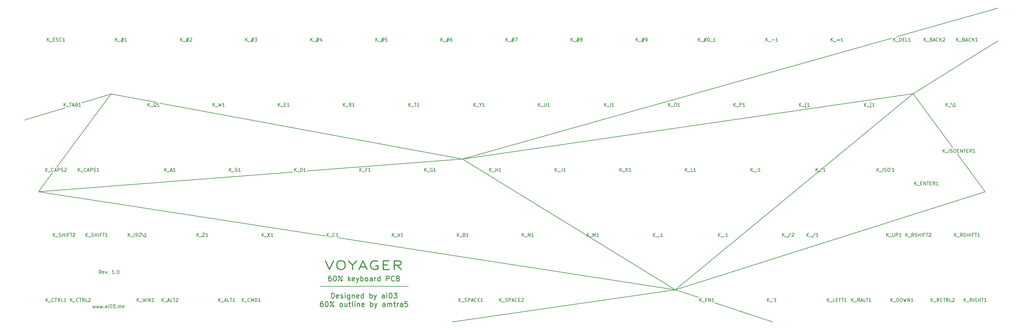
<source format=gto>
G04 #@! TF.FileFunction,Legend,Top*
%FSLAX46Y46*%
G04 Gerber Fmt 4.6, Leading zero omitted, Abs format (unit mm)*
G04 Created by KiCad (PCBNEW 4.0.6) date 10/23/17 15:30:08*
%MOMM*%
%LPD*%
G01*
G04 APERTURE LIST*
%ADD10C,0.100000*%
%ADD11C,0.150000*%
%ADD12C,0.200000*%
%ADD13C,0.350000*%
%ADD14C,0.250000*%
G04 APERTURE END LIST*
D10*
D11*
X70397977Y-128785881D02*
X70064643Y-128309690D01*
X69826548Y-128785881D02*
X69826548Y-127785881D01*
X70207501Y-127785881D01*
X70302739Y-127833500D01*
X70350358Y-127881119D01*
X70397977Y-127976357D01*
X70397977Y-128119214D01*
X70350358Y-128214452D01*
X70302739Y-128262071D01*
X70207501Y-128309690D01*
X69826548Y-128309690D01*
X71207501Y-128738262D02*
X71112263Y-128785881D01*
X70921786Y-128785881D01*
X70826548Y-128738262D01*
X70778929Y-128643024D01*
X70778929Y-128262071D01*
X70826548Y-128166833D01*
X70921786Y-128119214D01*
X71112263Y-128119214D01*
X71207501Y-128166833D01*
X71255120Y-128262071D01*
X71255120Y-128357310D01*
X70778929Y-128452548D01*
X71588453Y-128119214D02*
X71826548Y-128785881D01*
X72064644Y-128119214D01*
X72445596Y-128690643D02*
X72493215Y-128738262D01*
X72445596Y-128785881D01*
X72397977Y-128738262D01*
X72445596Y-128690643D01*
X72445596Y-128785881D01*
X74207501Y-128785881D02*
X73636072Y-128785881D01*
X73921786Y-128785881D02*
X73921786Y-127785881D01*
X73826548Y-127928738D01*
X73731310Y-128023976D01*
X73636072Y-128071595D01*
X74636072Y-128690643D02*
X74683691Y-128738262D01*
X74636072Y-128785881D01*
X74588453Y-128738262D01*
X74636072Y-128690643D01*
X74636072Y-128785881D01*
X75302738Y-127785881D02*
X75397977Y-127785881D01*
X75493215Y-127833500D01*
X75540834Y-127881119D01*
X75588453Y-127976357D01*
X75636072Y-128166833D01*
X75636072Y-128404929D01*
X75588453Y-128595405D01*
X75540834Y-128690643D01*
X75493215Y-128738262D01*
X75397977Y-128785881D01*
X75302738Y-128785881D01*
X75207500Y-128738262D01*
X75159881Y-128690643D01*
X75112262Y-128595405D01*
X75064643Y-128404929D01*
X75064643Y-128166833D01*
X75112262Y-127976357D01*
X75159881Y-127881119D01*
X75207500Y-127833500D01*
X75302738Y-127785881D01*
D12*
X126555500Y-99060000D02*
X52070000Y-104775000D01*
X176085500Y-95250000D02*
X130683000Y-98742500D01*
X303212500Y-59436000D02*
X332994000Y-51054000D01*
X301879000Y-59817000D02*
X176149000Y-95250000D01*
X136144000Y-117729000D02*
X52070000Y-104775000D01*
X139763500Y-118300500D02*
X238442500Y-133477000D01*
X87630000Y-78867000D02*
X176149000Y-95250000D01*
X86677500Y-78676500D02*
X73279000Y-76200000D01*
X48006000Y-83820000D02*
X59817000Y-80264000D01*
X64643000Y-78803500D02*
X73279000Y-76200000D01*
X57404000Y-97599500D02*
X73279000Y-76200000D01*
X52070000Y-104775000D02*
X56134000Y-99314000D01*
X249999500Y-137287000D02*
X266954000Y-142875000D01*
X238506000Y-133477000D02*
X245237000Y-135699500D01*
X321056000Y-93726000D02*
X329184000Y-104775000D01*
X319659000Y-91821000D02*
X308102000Y-76073000D01*
X238506000Y-133477000D02*
X173228000Y-142875000D01*
X308102000Y-76073000D02*
X332994000Y-60579000D01*
X176149000Y-95250000D02*
X308102000Y-76073000D01*
X329184000Y-104775000D02*
X238506000Y-133477000D01*
X238506000Y-133477000D02*
X308102000Y-76073000D01*
X176149000Y-95250000D02*
X238506000Y-133477000D01*
X160337500Y-132461000D02*
X134429500Y-132461000D01*
D13*
X136046634Y-124999448D02*
X137231967Y-127539448D01*
X138417300Y-124999448D01*
X140279967Y-124999448D02*
X140957300Y-124999448D01*
X141295967Y-125120400D01*
X141634634Y-125362305D01*
X141803967Y-125846114D01*
X141803967Y-126692781D01*
X141634634Y-127176590D01*
X141295967Y-127418495D01*
X140957300Y-127539448D01*
X140279967Y-127539448D01*
X139941300Y-127418495D01*
X139602634Y-127176590D01*
X139433300Y-126692781D01*
X139433300Y-125846114D01*
X139602634Y-125362305D01*
X139941300Y-125120400D01*
X140279967Y-124999448D01*
X144005300Y-126329924D02*
X144005300Y-127539448D01*
X142819967Y-124999448D02*
X144005300Y-126329924D01*
X145190633Y-124999448D01*
X146206633Y-126813733D02*
X147899967Y-126813733D01*
X145867967Y-127539448D02*
X147053300Y-124999448D01*
X148238633Y-127539448D01*
X151286633Y-125120400D02*
X150947967Y-124999448D01*
X150439967Y-124999448D01*
X149931967Y-125120400D01*
X149593300Y-125362305D01*
X149423967Y-125604210D01*
X149254633Y-126088019D01*
X149254633Y-126450876D01*
X149423967Y-126934686D01*
X149593300Y-127176590D01*
X149931967Y-127418495D01*
X150439967Y-127539448D01*
X150778633Y-127539448D01*
X151286633Y-127418495D01*
X151455967Y-127297543D01*
X151455967Y-126450876D01*
X150778633Y-126450876D01*
X152979967Y-126208971D02*
X154165300Y-126208971D01*
X154673300Y-127539448D02*
X152979967Y-127539448D01*
X152979967Y-124999448D01*
X154673300Y-124999448D01*
X158229300Y-127539448D02*
X157043966Y-126329924D01*
X156197300Y-127539448D02*
X156197300Y-124999448D01*
X157551966Y-124999448D01*
X157890633Y-125120400D01*
X158059966Y-125241352D01*
X158229300Y-125483257D01*
X158229300Y-125846114D01*
X158059966Y-126088019D01*
X157890633Y-126208971D01*
X157551966Y-126329924D01*
X156197300Y-126329924D01*
D11*
X67937644Y-138152214D02*
X68128120Y-138818881D01*
X68318597Y-138342690D01*
X68509073Y-138818881D01*
X68699549Y-138152214D01*
X68985263Y-138152214D02*
X69175739Y-138818881D01*
X69366216Y-138342690D01*
X69556692Y-138818881D01*
X69747168Y-138152214D01*
X70032882Y-138152214D02*
X70223358Y-138818881D01*
X70413835Y-138342690D01*
X70604311Y-138818881D01*
X70794787Y-138152214D01*
X71175739Y-138723643D02*
X71223358Y-138771262D01*
X71175739Y-138818881D01*
X71128120Y-138771262D01*
X71175739Y-138723643D01*
X71175739Y-138818881D01*
X72080501Y-138818881D02*
X72080501Y-138295071D01*
X72032882Y-138199833D01*
X71937644Y-138152214D01*
X71747167Y-138152214D01*
X71651929Y-138199833D01*
X72080501Y-138771262D02*
X71985263Y-138818881D01*
X71747167Y-138818881D01*
X71651929Y-138771262D01*
X71604310Y-138676024D01*
X71604310Y-138580786D01*
X71651929Y-138485548D01*
X71747167Y-138437929D01*
X71985263Y-138437929D01*
X72080501Y-138390310D01*
X72556691Y-138818881D02*
X72556691Y-138152214D01*
X72556691Y-137818881D02*
X72509072Y-137866500D01*
X72556691Y-137914119D01*
X72604310Y-137866500D01*
X72556691Y-137818881D01*
X72556691Y-137914119D01*
X73223357Y-137818881D02*
X73318596Y-137818881D01*
X73413834Y-137866500D01*
X73461453Y-137914119D01*
X73509072Y-138009357D01*
X73556691Y-138199833D01*
X73556691Y-138437929D01*
X73509072Y-138628405D01*
X73461453Y-138723643D01*
X73413834Y-138771262D01*
X73318596Y-138818881D01*
X73223357Y-138818881D01*
X73128119Y-138771262D01*
X73080500Y-138723643D01*
X73032881Y-138628405D01*
X72985262Y-138437929D01*
X72985262Y-138199833D01*
X73032881Y-138009357D01*
X73080500Y-137914119D01*
X73128119Y-137866500D01*
X73223357Y-137818881D01*
X73890024Y-137818881D02*
X74509072Y-137818881D01*
X74175738Y-138199833D01*
X74318596Y-138199833D01*
X74413834Y-138247452D01*
X74461453Y-138295071D01*
X74509072Y-138390310D01*
X74509072Y-138628405D01*
X74461453Y-138723643D01*
X74413834Y-138771262D01*
X74318596Y-138818881D01*
X74032881Y-138818881D01*
X73937643Y-138771262D01*
X73890024Y-138723643D01*
X74937643Y-138723643D02*
X74985262Y-138771262D01*
X74937643Y-138818881D01*
X74890024Y-138771262D01*
X74937643Y-138723643D01*
X74937643Y-138818881D01*
X75413833Y-138818881D02*
X75413833Y-138152214D01*
X75413833Y-138247452D02*
X75461452Y-138199833D01*
X75556690Y-138152214D01*
X75699548Y-138152214D01*
X75794786Y-138199833D01*
X75842405Y-138295071D01*
X75842405Y-138818881D01*
X75842405Y-138295071D02*
X75890024Y-138199833D01*
X75985262Y-138152214D01*
X76128119Y-138152214D01*
X76223357Y-138199833D01*
X76270976Y-138295071D01*
X76270976Y-138818881D01*
X77128119Y-138771262D02*
X77032881Y-138818881D01*
X76842404Y-138818881D01*
X76747166Y-138771262D01*
X76699547Y-138676024D01*
X76699547Y-138295071D01*
X76747166Y-138199833D01*
X76842404Y-138152214D01*
X77032881Y-138152214D01*
X77128119Y-138199833D01*
X77175738Y-138295071D01*
X77175738Y-138390310D01*
X76699547Y-138485548D01*
D14*
X137628729Y-129418971D02*
X137343015Y-129418971D01*
X137200158Y-129490400D01*
X137128729Y-129561829D01*
X136985872Y-129776114D01*
X136914443Y-130061829D01*
X136914443Y-130633257D01*
X136985872Y-130776114D01*
X137057300Y-130847543D01*
X137200158Y-130918971D01*
X137485872Y-130918971D01*
X137628729Y-130847543D01*
X137700158Y-130776114D01*
X137771586Y-130633257D01*
X137771586Y-130276114D01*
X137700158Y-130133257D01*
X137628729Y-130061829D01*
X137485872Y-129990400D01*
X137200158Y-129990400D01*
X137057300Y-130061829D01*
X136985872Y-130133257D01*
X136914443Y-130276114D01*
X138700157Y-129418971D02*
X138843014Y-129418971D01*
X138985871Y-129490400D01*
X139057300Y-129561829D01*
X139128729Y-129704686D01*
X139200157Y-129990400D01*
X139200157Y-130347543D01*
X139128729Y-130633257D01*
X139057300Y-130776114D01*
X138985871Y-130847543D01*
X138843014Y-130918971D01*
X138700157Y-130918971D01*
X138557300Y-130847543D01*
X138485871Y-130776114D01*
X138414443Y-130633257D01*
X138343014Y-130347543D01*
X138343014Y-129990400D01*
X138414443Y-129704686D01*
X138485871Y-129561829D01*
X138557300Y-129490400D01*
X138700157Y-129418971D01*
X139771585Y-130918971D02*
X140914442Y-129418971D01*
X139985871Y-129418971D02*
X140128728Y-129490400D01*
X140200157Y-129633257D01*
X140128728Y-129776114D01*
X139985871Y-129847543D01*
X139843014Y-129776114D01*
X139771585Y-129633257D01*
X139843014Y-129490400D01*
X139985871Y-129418971D01*
X140843014Y-130847543D02*
X140914442Y-130704686D01*
X140843014Y-130561829D01*
X140700157Y-130490400D01*
X140557300Y-130561829D01*
X140485871Y-130704686D01*
X140557300Y-130847543D01*
X140700157Y-130918971D01*
X140843014Y-130847543D01*
X142700157Y-130918971D02*
X142700157Y-129418971D01*
X142843014Y-130347543D02*
X143271585Y-130918971D01*
X143271585Y-129918971D02*
X142700157Y-130490400D01*
X144485871Y-130847543D02*
X144343014Y-130918971D01*
X144057300Y-130918971D01*
X143914443Y-130847543D01*
X143843014Y-130704686D01*
X143843014Y-130133257D01*
X143914443Y-129990400D01*
X144057300Y-129918971D01*
X144343014Y-129918971D01*
X144485871Y-129990400D01*
X144557300Y-130133257D01*
X144557300Y-130276114D01*
X143843014Y-130418971D01*
X145057300Y-129918971D02*
X145414443Y-130918971D01*
X145771585Y-129918971D02*
X145414443Y-130918971D01*
X145271585Y-131276114D01*
X145200157Y-131347543D01*
X145057300Y-131418971D01*
X146343014Y-130918971D02*
X146343014Y-129418971D01*
X146343014Y-129990400D02*
X146485871Y-129918971D01*
X146771585Y-129918971D01*
X146914442Y-129990400D01*
X146985871Y-130061829D01*
X147057300Y-130204686D01*
X147057300Y-130633257D01*
X146985871Y-130776114D01*
X146914442Y-130847543D01*
X146771585Y-130918971D01*
X146485871Y-130918971D01*
X146343014Y-130847543D01*
X147914443Y-130918971D02*
X147771585Y-130847543D01*
X147700157Y-130776114D01*
X147628728Y-130633257D01*
X147628728Y-130204686D01*
X147700157Y-130061829D01*
X147771585Y-129990400D01*
X147914443Y-129918971D01*
X148128728Y-129918971D01*
X148271585Y-129990400D01*
X148343014Y-130061829D01*
X148414443Y-130204686D01*
X148414443Y-130633257D01*
X148343014Y-130776114D01*
X148271585Y-130847543D01*
X148128728Y-130918971D01*
X147914443Y-130918971D01*
X149700157Y-130918971D02*
X149700157Y-130133257D01*
X149628728Y-129990400D01*
X149485871Y-129918971D01*
X149200157Y-129918971D01*
X149057300Y-129990400D01*
X149700157Y-130847543D02*
X149557300Y-130918971D01*
X149200157Y-130918971D01*
X149057300Y-130847543D01*
X148985871Y-130704686D01*
X148985871Y-130561829D01*
X149057300Y-130418971D01*
X149200157Y-130347543D01*
X149557300Y-130347543D01*
X149700157Y-130276114D01*
X150414443Y-130918971D02*
X150414443Y-129918971D01*
X150414443Y-130204686D02*
X150485871Y-130061829D01*
X150557300Y-129990400D01*
X150700157Y-129918971D01*
X150843014Y-129918971D01*
X151985871Y-130918971D02*
X151985871Y-129418971D01*
X151985871Y-130847543D02*
X151843014Y-130918971D01*
X151557300Y-130918971D01*
X151414442Y-130847543D01*
X151343014Y-130776114D01*
X151271585Y-130633257D01*
X151271585Y-130204686D01*
X151343014Y-130061829D01*
X151414442Y-129990400D01*
X151557300Y-129918971D01*
X151843014Y-129918971D01*
X151985871Y-129990400D01*
X153843014Y-130918971D02*
X153843014Y-129418971D01*
X154414442Y-129418971D01*
X154557300Y-129490400D01*
X154628728Y-129561829D01*
X154700157Y-129704686D01*
X154700157Y-129918971D01*
X154628728Y-130061829D01*
X154557300Y-130133257D01*
X154414442Y-130204686D01*
X153843014Y-130204686D01*
X156200157Y-130776114D02*
X156128728Y-130847543D01*
X155914442Y-130918971D01*
X155771585Y-130918971D01*
X155557300Y-130847543D01*
X155414442Y-130704686D01*
X155343014Y-130561829D01*
X155271585Y-130276114D01*
X155271585Y-130061829D01*
X155343014Y-129776114D01*
X155414442Y-129633257D01*
X155557300Y-129490400D01*
X155771585Y-129418971D01*
X155914442Y-129418971D01*
X156128728Y-129490400D01*
X156200157Y-129561829D01*
X157343014Y-130133257D02*
X157557300Y-130204686D01*
X157628728Y-130276114D01*
X157700157Y-130418971D01*
X157700157Y-130633257D01*
X157628728Y-130776114D01*
X157557300Y-130847543D01*
X157414442Y-130918971D01*
X156843014Y-130918971D01*
X156843014Y-129418971D01*
X157343014Y-129418971D01*
X157485871Y-129490400D01*
X157557300Y-129561829D01*
X157628728Y-129704686D01*
X157628728Y-129847543D01*
X157557300Y-129990400D01*
X157485871Y-130061829D01*
X157343014Y-130133257D01*
X156843014Y-130133257D01*
X137771586Y-135918971D02*
X137771586Y-134418971D01*
X138128729Y-134418971D01*
X138343014Y-134490400D01*
X138485872Y-134633257D01*
X138557300Y-134776114D01*
X138628729Y-135061829D01*
X138628729Y-135276114D01*
X138557300Y-135561829D01*
X138485872Y-135704686D01*
X138343014Y-135847543D01*
X138128729Y-135918971D01*
X137771586Y-135918971D01*
X139843014Y-135847543D02*
X139700157Y-135918971D01*
X139414443Y-135918971D01*
X139271586Y-135847543D01*
X139200157Y-135704686D01*
X139200157Y-135133257D01*
X139271586Y-134990400D01*
X139414443Y-134918971D01*
X139700157Y-134918971D01*
X139843014Y-134990400D01*
X139914443Y-135133257D01*
X139914443Y-135276114D01*
X139200157Y-135418971D01*
X140485871Y-135847543D02*
X140628728Y-135918971D01*
X140914443Y-135918971D01*
X141057300Y-135847543D01*
X141128728Y-135704686D01*
X141128728Y-135633257D01*
X141057300Y-135490400D01*
X140914443Y-135418971D01*
X140700157Y-135418971D01*
X140557300Y-135347543D01*
X140485871Y-135204686D01*
X140485871Y-135133257D01*
X140557300Y-134990400D01*
X140700157Y-134918971D01*
X140914443Y-134918971D01*
X141057300Y-134990400D01*
X141771586Y-135918971D02*
X141771586Y-134918971D01*
X141771586Y-134418971D02*
X141700157Y-134490400D01*
X141771586Y-134561829D01*
X141843014Y-134490400D01*
X141771586Y-134418971D01*
X141771586Y-134561829D01*
X143128729Y-134918971D02*
X143128729Y-136133257D01*
X143057300Y-136276114D01*
X142985872Y-136347543D01*
X142843015Y-136418971D01*
X142628729Y-136418971D01*
X142485872Y-136347543D01*
X143128729Y-135847543D02*
X142985872Y-135918971D01*
X142700158Y-135918971D01*
X142557300Y-135847543D01*
X142485872Y-135776114D01*
X142414443Y-135633257D01*
X142414443Y-135204686D01*
X142485872Y-135061829D01*
X142557300Y-134990400D01*
X142700158Y-134918971D01*
X142985872Y-134918971D01*
X143128729Y-134990400D01*
X143843015Y-134918971D02*
X143843015Y-135918971D01*
X143843015Y-135061829D02*
X143914443Y-134990400D01*
X144057301Y-134918971D01*
X144271586Y-134918971D01*
X144414443Y-134990400D01*
X144485872Y-135133257D01*
X144485872Y-135918971D01*
X145771586Y-135847543D02*
X145628729Y-135918971D01*
X145343015Y-135918971D01*
X145200158Y-135847543D01*
X145128729Y-135704686D01*
X145128729Y-135133257D01*
X145200158Y-134990400D01*
X145343015Y-134918971D01*
X145628729Y-134918971D01*
X145771586Y-134990400D01*
X145843015Y-135133257D01*
X145843015Y-135276114D01*
X145128729Y-135418971D01*
X147128729Y-135918971D02*
X147128729Y-134418971D01*
X147128729Y-135847543D02*
X146985872Y-135918971D01*
X146700158Y-135918971D01*
X146557300Y-135847543D01*
X146485872Y-135776114D01*
X146414443Y-135633257D01*
X146414443Y-135204686D01*
X146485872Y-135061829D01*
X146557300Y-134990400D01*
X146700158Y-134918971D01*
X146985872Y-134918971D01*
X147128729Y-134990400D01*
X148985872Y-135918971D02*
X148985872Y-134418971D01*
X148985872Y-134990400D02*
X149128729Y-134918971D01*
X149414443Y-134918971D01*
X149557300Y-134990400D01*
X149628729Y-135061829D01*
X149700158Y-135204686D01*
X149700158Y-135633257D01*
X149628729Y-135776114D01*
X149557300Y-135847543D01*
X149414443Y-135918971D01*
X149128729Y-135918971D01*
X148985872Y-135847543D01*
X150200158Y-134918971D02*
X150557301Y-135918971D01*
X150914443Y-134918971D02*
X150557301Y-135918971D01*
X150414443Y-136276114D01*
X150343015Y-136347543D01*
X150200158Y-136418971D01*
X153271586Y-135918971D02*
X153271586Y-135133257D01*
X153200157Y-134990400D01*
X153057300Y-134918971D01*
X152771586Y-134918971D01*
X152628729Y-134990400D01*
X153271586Y-135847543D02*
X153128729Y-135918971D01*
X152771586Y-135918971D01*
X152628729Y-135847543D01*
X152557300Y-135704686D01*
X152557300Y-135561829D01*
X152628729Y-135418971D01*
X152771586Y-135347543D01*
X153128729Y-135347543D01*
X153271586Y-135276114D01*
X153985872Y-135918971D02*
X153985872Y-134918971D01*
X153985872Y-134418971D02*
X153914443Y-134490400D01*
X153985872Y-134561829D01*
X154057300Y-134490400D01*
X153985872Y-134418971D01*
X153985872Y-134561829D01*
X154985872Y-134418971D02*
X155128729Y-134418971D01*
X155271586Y-134490400D01*
X155343015Y-134561829D01*
X155414444Y-134704686D01*
X155485872Y-134990400D01*
X155485872Y-135347543D01*
X155414444Y-135633257D01*
X155343015Y-135776114D01*
X155271586Y-135847543D01*
X155128729Y-135918971D01*
X154985872Y-135918971D01*
X154843015Y-135847543D01*
X154771586Y-135776114D01*
X154700158Y-135633257D01*
X154628729Y-135347543D01*
X154628729Y-134990400D01*
X154700158Y-134704686D01*
X154771586Y-134561829D01*
X154843015Y-134490400D01*
X154985872Y-134418971D01*
X155985872Y-134418971D02*
X156914443Y-134418971D01*
X156414443Y-134990400D01*
X156628729Y-134990400D01*
X156771586Y-135061829D01*
X156843015Y-135133257D01*
X156914443Y-135276114D01*
X156914443Y-135633257D01*
X156843015Y-135776114D01*
X156771586Y-135847543D01*
X156628729Y-135918971D01*
X156200157Y-135918971D01*
X156057300Y-135847543D01*
X155985872Y-135776114D01*
X135235872Y-136918971D02*
X134950158Y-136918971D01*
X134807301Y-136990400D01*
X134735872Y-137061829D01*
X134593015Y-137276114D01*
X134521586Y-137561829D01*
X134521586Y-138133257D01*
X134593015Y-138276114D01*
X134664443Y-138347543D01*
X134807301Y-138418971D01*
X135093015Y-138418971D01*
X135235872Y-138347543D01*
X135307301Y-138276114D01*
X135378729Y-138133257D01*
X135378729Y-137776114D01*
X135307301Y-137633257D01*
X135235872Y-137561829D01*
X135093015Y-137490400D01*
X134807301Y-137490400D01*
X134664443Y-137561829D01*
X134593015Y-137633257D01*
X134521586Y-137776114D01*
X136307300Y-136918971D02*
X136450157Y-136918971D01*
X136593014Y-136990400D01*
X136664443Y-137061829D01*
X136735872Y-137204686D01*
X136807300Y-137490400D01*
X136807300Y-137847543D01*
X136735872Y-138133257D01*
X136664443Y-138276114D01*
X136593014Y-138347543D01*
X136450157Y-138418971D01*
X136307300Y-138418971D01*
X136164443Y-138347543D01*
X136093014Y-138276114D01*
X136021586Y-138133257D01*
X135950157Y-137847543D01*
X135950157Y-137490400D01*
X136021586Y-137204686D01*
X136093014Y-137061829D01*
X136164443Y-136990400D01*
X136307300Y-136918971D01*
X137378728Y-138418971D02*
X138521585Y-136918971D01*
X137593014Y-136918971D02*
X137735871Y-136990400D01*
X137807300Y-137133257D01*
X137735871Y-137276114D01*
X137593014Y-137347543D01*
X137450157Y-137276114D01*
X137378728Y-137133257D01*
X137450157Y-136990400D01*
X137593014Y-136918971D01*
X138450157Y-138347543D02*
X138521585Y-138204686D01*
X138450157Y-138061829D01*
X138307300Y-137990400D01*
X138164443Y-138061829D01*
X138093014Y-138204686D01*
X138164443Y-138347543D01*
X138307300Y-138418971D01*
X138450157Y-138347543D01*
X140521586Y-138418971D02*
X140378728Y-138347543D01*
X140307300Y-138276114D01*
X140235871Y-138133257D01*
X140235871Y-137704686D01*
X140307300Y-137561829D01*
X140378728Y-137490400D01*
X140521586Y-137418971D01*
X140735871Y-137418971D01*
X140878728Y-137490400D01*
X140950157Y-137561829D01*
X141021586Y-137704686D01*
X141021586Y-138133257D01*
X140950157Y-138276114D01*
X140878728Y-138347543D01*
X140735871Y-138418971D01*
X140521586Y-138418971D01*
X142307300Y-137418971D02*
X142307300Y-138418971D01*
X141664443Y-137418971D02*
X141664443Y-138204686D01*
X141735871Y-138347543D01*
X141878729Y-138418971D01*
X142093014Y-138418971D01*
X142235871Y-138347543D01*
X142307300Y-138276114D01*
X142807300Y-137418971D02*
X143378729Y-137418971D01*
X143021586Y-136918971D02*
X143021586Y-138204686D01*
X143093014Y-138347543D01*
X143235872Y-138418971D01*
X143378729Y-138418971D01*
X144093015Y-138418971D02*
X143950157Y-138347543D01*
X143878729Y-138204686D01*
X143878729Y-136918971D01*
X144664443Y-138418971D02*
X144664443Y-137418971D01*
X144664443Y-136918971D02*
X144593014Y-136990400D01*
X144664443Y-137061829D01*
X144735871Y-136990400D01*
X144664443Y-136918971D01*
X144664443Y-137061829D01*
X145378729Y-137418971D02*
X145378729Y-138418971D01*
X145378729Y-137561829D02*
X145450157Y-137490400D01*
X145593015Y-137418971D01*
X145807300Y-137418971D01*
X145950157Y-137490400D01*
X146021586Y-137633257D01*
X146021586Y-138418971D01*
X147307300Y-138347543D02*
X147164443Y-138418971D01*
X146878729Y-138418971D01*
X146735872Y-138347543D01*
X146664443Y-138204686D01*
X146664443Y-137633257D01*
X146735872Y-137490400D01*
X146878729Y-137418971D01*
X147164443Y-137418971D01*
X147307300Y-137490400D01*
X147378729Y-137633257D01*
X147378729Y-137776114D01*
X146664443Y-137918971D01*
X149164443Y-138418971D02*
X149164443Y-136918971D01*
X149164443Y-137490400D02*
X149307300Y-137418971D01*
X149593014Y-137418971D01*
X149735871Y-137490400D01*
X149807300Y-137561829D01*
X149878729Y-137704686D01*
X149878729Y-138133257D01*
X149807300Y-138276114D01*
X149735871Y-138347543D01*
X149593014Y-138418971D01*
X149307300Y-138418971D01*
X149164443Y-138347543D01*
X150378729Y-137418971D02*
X150735872Y-138418971D01*
X151093014Y-137418971D02*
X150735872Y-138418971D01*
X150593014Y-138776114D01*
X150521586Y-138847543D01*
X150378729Y-138918971D01*
X153450157Y-138418971D02*
X153450157Y-137633257D01*
X153378728Y-137490400D01*
X153235871Y-137418971D01*
X152950157Y-137418971D01*
X152807300Y-137490400D01*
X153450157Y-138347543D02*
X153307300Y-138418971D01*
X152950157Y-138418971D01*
X152807300Y-138347543D01*
X152735871Y-138204686D01*
X152735871Y-138061829D01*
X152807300Y-137918971D01*
X152950157Y-137847543D01*
X153307300Y-137847543D01*
X153450157Y-137776114D01*
X154164443Y-138418971D02*
X154164443Y-137418971D01*
X154164443Y-137561829D02*
X154235871Y-137490400D01*
X154378729Y-137418971D01*
X154593014Y-137418971D01*
X154735871Y-137490400D01*
X154807300Y-137633257D01*
X154807300Y-138418971D01*
X154807300Y-137633257D02*
X154878729Y-137490400D01*
X155021586Y-137418971D01*
X155235871Y-137418971D01*
X155378729Y-137490400D01*
X155450157Y-137633257D01*
X155450157Y-138418971D01*
X155950157Y-137418971D02*
X156521586Y-137418971D01*
X156164443Y-136918971D02*
X156164443Y-138204686D01*
X156235871Y-138347543D01*
X156378729Y-138418971D01*
X156521586Y-138418971D01*
X157021586Y-138418971D02*
X157021586Y-137418971D01*
X157021586Y-137704686D02*
X157093014Y-137561829D01*
X157164443Y-137490400D01*
X157307300Y-137418971D01*
X157450157Y-137418971D01*
X158593014Y-138418971D02*
X158593014Y-137633257D01*
X158521585Y-137490400D01*
X158378728Y-137418971D01*
X158093014Y-137418971D01*
X157950157Y-137490400D01*
X158593014Y-138347543D02*
X158450157Y-138418971D01*
X158093014Y-138418971D01*
X157950157Y-138347543D01*
X157878728Y-138204686D01*
X157878728Y-138061829D01*
X157950157Y-137918971D01*
X158093014Y-137847543D01*
X158450157Y-137847543D01*
X158593014Y-137776114D01*
X160021586Y-136918971D02*
X159307300Y-136918971D01*
X159235871Y-137633257D01*
X159307300Y-137561829D01*
X159450157Y-137490400D01*
X159807300Y-137490400D01*
X159950157Y-137561829D01*
X160021586Y-137633257D01*
X160093014Y-137776114D01*
X160093014Y-138133257D01*
X160021586Y-138276114D01*
X159950157Y-138347543D01*
X159807300Y-138418971D01*
X159450157Y-138418971D01*
X159307300Y-138347543D01*
X159235871Y-138276114D01*
D11*
X165068452Y-98877381D02*
X165068452Y-97877381D01*
X165639881Y-98877381D02*
X165211309Y-98305952D01*
X165639881Y-97877381D02*
X165068452Y-98448810D01*
X165830357Y-98972619D02*
X166592262Y-98972619D01*
X167354167Y-97925000D02*
X167258929Y-97877381D01*
X167116072Y-97877381D01*
X166973214Y-97925000D01*
X166877976Y-98020238D01*
X166830357Y-98115476D01*
X166782738Y-98305952D01*
X166782738Y-98448810D01*
X166830357Y-98639286D01*
X166877976Y-98734524D01*
X166973214Y-98829762D01*
X167116072Y-98877381D01*
X167211310Y-98877381D01*
X167354167Y-98829762D01*
X167401786Y-98782143D01*
X167401786Y-98448810D01*
X167211310Y-98448810D01*
X168354167Y-98877381D02*
X167782738Y-98877381D01*
X168068452Y-98877381D02*
X168068452Y-97877381D01*
X167973214Y-98020238D01*
X167877976Y-98115476D01*
X167782738Y-98163095D01*
X93630952Y-60777381D02*
X93630952Y-59777381D01*
X94202381Y-60777381D02*
X93773809Y-60205952D01*
X94202381Y-59777381D02*
X93630952Y-60348810D01*
X94392857Y-60872619D02*
X95154762Y-60872619D01*
X95345238Y-60110714D02*
X96059524Y-60110714D01*
X95630952Y-59682143D02*
X95345238Y-60967857D01*
X95964286Y-60539286D02*
X95250000Y-60539286D01*
X95678572Y-60967857D02*
X95964286Y-59682143D01*
X96345238Y-59872619D02*
X96392857Y-59825000D01*
X96488095Y-59777381D01*
X96726191Y-59777381D01*
X96821429Y-59825000D01*
X96869048Y-59872619D01*
X96916667Y-59967857D01*
X96916667Y-60063095D01*
X96869048Y-60205952D01*
X96297619Y-60777381D01*
X96916667Y-60777381D01*
X245173809Y-60777381D02*
X245173809Y-59777381D01*
X245745238Y-60777381D02*
X245316666Y-60205952D01*
X245745238Y-59777381D02*
X245173809Y-60348810D01*
X245935714Y-60872619D02*
X246697619Y-60872619D01*
X246888095Y-60110714D02*
X247602381Y-60110714D01*
X247173809Y-59682143D02*
X246888095Y-60967857D01*
X247507143Y-60539286D02*
X246792857Y-60539286D01*
X247221429Y-60967857D02*
X247507143Y-59682143D01*
X248126190Y-59777381D02*
X248221429Y-59777381D01*
X248316667Y-59825000D01*
X248364286Y-59872619D01*
X248411905Y-59967857D01*
X248459524Y-60158333D01*
X248459524Y-60396429D01*
X248411905Y-60586905D01*
X248364286Y-60682143D01*
X248316667Y-60729762D01*
X248221429Y-60777381D01*
X248126190Y-60777381D01*
X248030952Y-60729762D01*
X247983333Y-60682143D01*
X247935714Y-60586905D01*
X247888095Y-60396429D01*
X247888095Y-60158333D01*
X247935714Y-59967857D01*
X247983333Y-59872619D01*
X248030952Y-59825000D01*
X248126190Y-59777381D01*
X248650000Y-60872619D02*
X249411905Y-60872619D01*
X250173810Y-60777381D02*
X249602381Y-60777381D01*
X249888095Y-60777381D02*
X249888095Y-59777381D01*
X249792857Y-59920238D01*
X249697619Y-60015476D01*
X249602381Y-60063095D01*
X74580952Y-60777381D02*
X74580952Y-59777381D01*
X75152381Y-60777381D02*
X74723809Y-60205952D01*
X75152381Y-59777381D02*
X74580952Y-60348810D01*
X75342857Y-60872619D02*
X76104762Y-60872619D01*
X76295238Y-60110714D02*
X77009524Y-60110714D01*
X76580952Y-59682143D02*
X76295238Y-60967857D01*
X76914286Y-60539286D02*
X76200000Y-60539286D01*
X76628572Y-60967857D02*
X76914286Y-59682143D01*
X77866667Y-60777381D02*
X77295238Y-60777381D01*
X77580952Y-60777381D02*
X77580952Y-59777381D01*
X77485714Y-59920238D01*
X77390476Y-60015476D01*
X77295238Y-60063095D01*
X112680952Y-60777381D02*
X112680952Y-59777381D01*
X113252381Y-60777381D02*
X112823809Y-60205952D01*
X113252381Y-59777381D02*
X112680952Y-60348810D01*
X113442857Y-60872619D02*
X114204762Y-60872619D01*
X114395238Y-60110714D02*
X115109524Y-60110714D01*
X114680952Y-59682143D02*
X114395238Y-60967857D01*
X115014286Y-60539286D02*
X114300000Y-60539286D01*
X114728572Y-60967857D02*
X115014286Y-59682143D01*
X115347619Y-59777381D02*
X115966667Y-59777381D01*
X115633333Y-60158333D01*
X115776191Y-60158333D01*
X115871429Y-60205952D01*
X115919048Y-60253571D01*
X115966667Y-60348810D01*
X115966667Y-60586905D01*
X115919048Y-60682143D01*
X115871429Y-60729762D01*
X115776191Y-60777381D01*
X115490476Y-60777381D01*
X115395238Y-60729762D01*
X115347619Y-60682143D01*
X131730952Y-60777381D02*
X131730952Y-59777381D01*
X132302381Y-60777381D02*
X131873809Y-60205952D01*
X132302381Y-59777381D02*
X131730952Y-60348810D01*
X132492857Y-60872619D02*
X133254762Y-60872619D01*
X133445238Y-60110714D02*
X134159524Y-60110714D01*
X133730952Y-59682143D02*
X133445238Y-60967857D01*
X134064286Y-60539286D02*
X133350000Y-60539286D01*
X133778572Y-60967857D02*
X134064286Y-59682143D01*
X134921429Y-60110714D02*
X134921429Y-60777381D01*
X134683333Y-59729762D02*
X134445238Y-60444048D01*
X135064286Y-60444048D01*
X150780952Y-60777381D02*
X150780952Y-59777381D01*
X151352381Y-60777381D02*
X150923809Y-60205952D01*
X151352381Y-59777381D02*
X150780952Y-60348810D01*
X151542857Y-60872619D02*
X152304762Y-60872619D01*
X152495238Y-60110714D02*
X153209524Y-60110714D01*
X152780952Y-59682143D02*
X152495238Y-60967857D01*
X153114286Y-60539286D02*
X152400000Y-60539286D01*
X152828572Y-60967857D02*
X153114286Y-59682143D01*
X154019048Y-59777381D02*
X153542857Y-59777381D01*
X153495238Y-60253571D01*
X153542857Y-60205952D01*
X153638095Y-60158333D01*
X153876191Y-60158333D01*
X153971429Y-60205952D01*
X154019048Y-60253571D01*
X154066667Y-60348810D01*
X154066667Y-60586905D01*
X154019048Y-60682143D01*
X153971429Y-60729762D01*
X153876191Y-60777381D01*
X153638095Y-60777381D01*
X153542857Y-60729762D01*
X153495238Y-60682143D01*
X169830952Y-60777381D02*
X169830952Y-59777381D01*
X170402381Y-60777381D02*
X169973809Y-60205952D01*
X170402381Y-59777381D02*
X169830952Y-60348810D01*
X170592857Y-60872619D02*
X171354762Y-60872619D01*
X171545238Y-60110714D02*
X172259524Y-60110714D01*
X171830952Y-59682143D02*
X171545238Y-60967857D01*
X172164286Y-60539286D02*
X171450000Y-60539286D01*
X171878572Y-60967857D02*
X172164286Y-59682143D01*
X173021429Y-59777381D02*
X172830952Y-59777381D01*
X172735714Y-59825000D01*
X172688095Y-59872619D01*
X172592857Y-60015476D01*
X172545238Y-60205952D01*
X172545238Y-60586905D01*
X172592857Y-60682143D01*
X172640476Y-60729762D01*
X172735714Y-60777381D01*
X172926191Y-60777381D01*
X173021429Y-60729762D01*
X173069048Y-60682143D01*
X173116667Y-60586905D01*
X173116667Y-60348810D01*
X173069048Y-60253571D01*
X173021429Y-60205952D01*
X172926191Y-60158333D01*
X172735714Y-60158333D01*
X172640476Y-60205952D01*
X172592857Y-60253571D01*
X172545238Y-60348810D01*
X188880952Y-60777381D02*
X188880952Y-59777381D01*
X189452381Y-60777381D02*
X189023809Y-60205952D01*
X189452381Y-59777381D02*
X188880952Y-60348810D01*
X189642857Y-60872619D02*
X190404762Y-60872619D01*
X190595238Y-60110714D02*
X191309524Y-60110714D01*
X190880952Y-59682143D02*
X190595238Y-60967857D01*
X191214286Y-60539286D02*
X190500000Y-60539286D01*
X190928572Y-60967857D02*
X191214286Y-59682143D01*
X191547619Y-59777381D02*
X192214286Y-59777381D01*
X191785714Y-60777381D01*
X207930952Y-60777381D02*
X207930952Y-59777381D01*
X208502381Y-60777381D02*
X208073809Y-60205952D01*
X208502381Y-59777381D02*
X207930952Y-60348810D01*
X208692857Y-60872619D02*
X209454762Y-60872619D01*
X209645238Y-60110714D02*
X210359524Y-60110714D01*
X209930952Y-59682143D02*
X209645238Y-60967857D01*
X210264286Y-60539286D02*
X209550000Y-60539286D01*
X209978572Y-60967857D02*
X210264286Y-59682143D01*
X210835714Y-60205952D02*
X210740476Y-60158333D01*
X210692857Y-60110714D01*
X210645238Y-60015476D01*
X210645238Y-59967857D01*
X210692857Y-59872619D01*
X210740476Y-59825000D01*
X210835714Y-59777381D01*
X211026191Y-59777381D01*
X211121429Y-59825000D01*
X211169048Y-59872619D01*
X211216667Y-59967857D01*
X211216667Y-60015476D01*
X211169048Y-60110714D01*
X211121429Y-60158333D01*
X211026191Y-60205952D01*
X210835714Y-60205952D01*
X210740476Y-60253571D01*
X210692857Y-60301190D01*
X210645238Y-60396429D01*
X210645238Y-60586905D01*
X210692857Y-60682143D01*
X210740476Y-60729762D01*
X210835714Y-60777381D01*
X211026191Y-60777381D01*
X211121429Y-60729762D01*
X211169048Y-60682143D01*
X211216667Y-60586905D01*
X211216667Y-60396429D01*
X211169048Y-60301190D01*
X211121429Y-60253571D01*
X211026191Y-60205952D01*
X226980952Y-60777381D02*
X226980952Y-59777381D01*
X227552381Y-60777381D02*
X227123809Y-60205952D01*
X227552381Y-59777381D02*
X226980952Y-60348810D01*
X227742857Y-60872619D02*
X228504762Y-60872619D01*
X228695238Y-60110714D02*
X229409524Y-60110714D01*
X228980952Y-59682143D02*
X228695238Y-60967857D01*
X229314286Y-60539286D02*
X228600000Y-60539286D01*
X229028572Y-60967857D02*
X229314286Y-59682143D01*
X229790476Y-60777381D02*
X229980952Y-60777381D01*
X230076191Y-60729762D01*
X230123810Y-60682143D01*
X230219048Y-60539286D01*
X230266667Y-60348810D01*
X230266667Y-59967857D01*
X230219048Y-59872619D01*
X230171429Y-59825000D01*
X230076191Y-59777381D01*
X229885714Y-59777381D01*
X229790476Y-59825000D01*
X229742857Y-59872619D01*
X229695238Y-59967857D01*
X229695238Y-60205952D01*
X229742857Y-60301190D01*
X229790476Y-60348810D01*
X229885714Y-60396429D01*
X230076191Y-60396429D01*
X230171429Y-60348810D01*
X230219048Y-60301190D01*
X230266667Y-60205952D01*
X279630357Y-98877381D02*
X279630357Y-97877381D01*
X280201786Y-98877381D02*
X279773214Y-98305952D01*
X280201786Y-97877381D02*
X279630357Y-98448810D01*
X280392262Y-98972619D02*
X281154167Y-98972619D01*
X281439881Y-97877381D02*
X281344643Y-98067857D01*
X282392262Y-98877381D02*
X281820833Y-98877381D01*
X282106547Y-98877381D02*
X282106547Y-97877381D01*
X282011309Y-98020238D01*
X281916071Y-98115476D01*
X281820833Y-98163095D01*
X232005357Y-117927381D02*
X232005357Y-116927381D01*
X232576786Y-117927381D02*
X232148214Y-117355952D01*
X232576786Y-116927381D02*
X232005357Y-117498810D01*
X232767262Y-118022619D02*
X233529167Y-118022619D01*
X233814881Y-117879762D02*
X233814881Y-117927381D01*
X233767262Y-118022619D01*
X233719643Y-118070238D01*
X234767262Y-117927381D02*
X234195833Y-117927381D01*
X234481547Y-117927381D02*
X234481547Y-116927381D01*
X234386309Y-117070238D01*
X234291071Y-117165476D01*
X234195833Y-117213095D01*
X264961905Y-60777381D02*
X264961905Y-59777381D01*
X265533334Y-60777381D02*
X265104762Y-60205952D01*
X265533334Y-59777381D02*
X264961905Y-60348810D01*
X265723810Y-60872619D02*
X266485715Y-60872619D01*
X266723810Y-60396429D02*
X267485715Y-60396429D01*
X268485715Y-60777381D02*
X267914286Y-60777381D01*
X268200000Y-60777381D02*
X268200000Y-59777381D01*
X268104762Y-59920238D01*
X268009524Y-60015476D01*
X267914286Y-60063095D01*
X251055357Y-117927381D02*
X251055357Y-116927381D01*
X251626786Y-117927381D02*
X251198214Y-117355952D01*
X251626786Y-116927381D02*
X251055357Y-117498810D01*
X251817262Y-118022619D02*
X252579167Y-118022619D01*
X252817262Y-117832143D02*
X252864881Y-117879762D01*
X252817262Y-117927381D01*
X252769643Y-117879762D01*
X252817262Y-117832143D01*
X252817262Y-117927381D01*
X253817262Y-117927381D02*
X253245833Y-117927381D01*
X253531547Y-117927381D02*
X253531547Y-116927381D01*
X253436309Y-117070238D01*
X253341071Y-117165476D01*
X253245833Y-117213095D01*
X276963393Y-117927381D02*
X276963393Y-116927381D01*
X277534822Y-117927381D02*
X277106250Y-117355952D01*
X277534822Y-116927381D02*
X276963393Y-117498810D01*
X277725298Y-118022619D02*
X278487203Y-118022619D01*
X279439584Y-116879762D02*
X278582441Y-118165476D01*
X280296727Y-117927381D02*
X279725298Y-117927381D01*
X280011012Y-117927381D02*
X280011012Y-116927381D01*
X279915774Y-117070238D01*
X279820536Y-117165476D01*
X279725298Y-117213095D01*
X269819643Y-117927381D02*
X269819643Y-116927381D01*
X270391072Y-117927381D02*
X269962500Y-117355952D01*
X270391072Y-116927381D02*
X269819643Y-117498810D01*
X270581548Y-118022619D02*
X271343453Y-118022619D01*
X272295834Y-116879762D02*
X271438691Y-118165476D01*
X272581548Y-117022619D02*
X272629167Y-116975000D01*
X272724405Y-116927381D01*
X272962501Y-116927381D01*
X273057739Y-116975000D01*
X273105358Y-117022619D01*
X273152977Y-117117857D01*
X273152977Y-117213095D01*
X273105358Y-117355952D01*
X272533929Y-117927381D01*
X273152977Y-117927381D01*
X260580357Y-98877381D02*
X260580357Y-97877381D01*
X261151786Y-98877381D02*
X260723214Y-98305952D01*
X261151786Y-97877381D02*
X260580357Y-98448810D01*
X261342262Y-98972619D02*
X262104167Y-98972619D01*
X262389881Y-98829762D02*
X262389881Y-98877381D01*
X262342262Y-98972619D01*
X262294643Y-99020238D01*
X262342262Y-98258333D02*
X262389881Y-98305952D01*
X262342262Y-98353571D01*
X262294643Y-98305952D01*
X262342262Y-98258333D01*
X262342262Y-98353571D01*
X263342262Y-98877381D02*
X262770833Y-98877381D01*
X263056547Y-98877381D02*
X263056547Y-97877381D01*
X262961309Y-98020238D01*
X262866071Y-98115476D01*
X262770833Y-98163095D01*
X284011905Y-60777381D02*
X284011905Y-59777381D01*
X284583334Y-60777381D02*
X284154762Y-60205952D01*
X284583334Y-59777381D02*
X284011905Y-60348810D01*
X284773810Y-60872619D02*
X285535715Y-60872619D01*
X285773810Y-60253571D02*
X286535715Y-60253571D01*
X286535715Y-60539286D02*
X285773810Y-60539286D01*
X287535715Y-60777381D02*
X286964286Y-60777381D01*
X287250000Y-60777381D02*
X287250000Y-59777381D01*
X287154762Y-59920238D01*
X287059524Y-60015476D01*
X286964286Y-60063095D01*
X88939881Y-98877381D02*
X88939881Y-97877381D01*
X89511310Y-98877381D02*
X89082738Y-98305952D01*
X89511310Y-97877381D02*
X88939881Y-98448810D01*
X89701786Y-98972619D02*
X90463691Y-98972619D01*
X90654167Y-98591667D02*
X91130358Y-98591667D01*
X90558929Y-98877381D02*
X90892262Y-97877381D01*
X91225596Y-98877381D01*
X92082739Y-98877381D02*
X91511310Y-98877381D01*
X91797024Y-98877381D02*
X91797024Y-97877381D01*
X91701786Y-98020238D01*
X91606548Y-98115476D01*
X91511310Y-98163095D01*
X104822916Y-136977381D02*
X104822916Y-135977381D01*
X105394345Y-136977381D02*
X104965773Y-136405952D01*
X105394345Y-135977381D02*
X104822916Y-136548810D01*
X105584821Y-137072619D02*
X106346726Y-137072619D01*
X106537202Y-136691667D02*
X107013393Y-136691667D01*
X106441964Y-136977381D02*
X106775297Y-135977381D01*
X107108631Y-136977381D01*
X107918155Y-136977381D02*
X107441964Y-136977381D01*
X107441964Y-135977381D01*
X108108631Y-135977381D02*
X108680060Y-135977381D01*
X108394345Y-136977381D02*
X108394345Y-135977381D01*
X109537203Y-136977381D02*
X108965774Y-136977381D01*
X109251488Y-136977381D02*
X109251488Y-135977381D01*
X109156250Y-136120238D01*
X109061012Y-136215476D01*
X108965774Y-136263095D01*
X174593452Y-117927381D02*
X174593452Y-116927381D01*
X175164881Y-117927381D02*
X174736309Y-117355952D01*
X175164881Y-116927381D02*
X174593452Y-117498810D01*
X175355357Y-118022619D02*
X176117262Y-118022619D01*
X176688691Y-117403571D02*
X176831548Y-117451190D01*
X176879167Y-117498810D01*
X176926786Y-117594048D01*
X176926786Y-117736905D01*
X176879167Y-117832143D01*
X176831548Y-117879762D01*
X176736310Y-117927381D01*
X176355357Y-117927381D01*
X176355357Y-116927381D01*
X176688691Y-116927381D01*
X176783929Y-116975000D01*
X176831548Y-117022619D01*
X176879167Y-117117857D01*
X176879167Y-117213095D01*
X176831548Y-117308333D01*
X176783929Y-117355952D01*
X176688691Y-117403571D01*
X176355357Y-117403571D01*
X177879167Y-117927381D02*
X177307738Y-117927381D01*
X177593452Y-117927381D02*
X177593452Y-116927381D01*
X177498214Y-117070238D01*
X177402976Y-117165476D01*
X177307738Y-117213095D01*
X320802381Y-60777381D02*
X320802381Y-59777381D01*
X321373810Y-60777381D02*
X320945238Y-60205952D01*
X321373810Y-59777381D02*
X320802381Y-60348810D01*
X321564286Y-60872619D02*
X322326191Y-60872619D01*
X322897620Y-60253571D02*
X323040477Y-60301190D01*
X323088096Y-60348810D01*
X323135715Y-60444048D01*
X323135715Y-60586905D01*
X323088096Y-60682143D01*
X323040477Y-60729762D01*
X322945239Y-60777381D01*
X322564286Y-60777381D01*
X322564286Y-59777381D01*
X322897620Y-59777381D01*
X322992858Y-59825000D01*
X323040477Y-59872619D01*
X323088096Y-59967857D01*
X323088096Y-60063095D01*
X323040477Y-60158333D01*
X322992858Y-60205952D01*
X322897620Y-60253571D01*
X322564286Y-60253571D01*
X323516667Y-60491667D02*
X323992858Y-60491667D01*
X323421429Y-60777381D02*
X323754762Y-59777381D01*
X324088096Y-60777381D01*
X324992858Y-60682143D02*
X324945239Y-60729762D01*
X324802382Y-60777381D01*
X324707144Y-60777381D01*
X324564286Y-60729762D01*
X324469048Y-60634524D01*
X324421429Y-60539286D01*
X324373810Y-60348810D01*
X324373810Y-60205952D01*
X324421429Y-60015476D01*
X324469048Y-59920238D01*
X324564286Y-59825000D01*
X324707144Y-59777381D01*
X324802382Y-59777381D01*
X324945239Y-59825000D01*
X324992858Y-59872619D01*
X325421429Y-60777381D02*
X325421429Y-59777381D01*
X325992858Y-60777381D02*
X325564286Y-60205952D01*
X325992858Y-59777381D02*
X325421429Y-60348810D01*
X326945239Y-60777381D02*
X326373810Y-60777381D01*
X326659524Y-60777381D02*
X326659524Y-59777381D01*
X326564286Y-59920238D01*
X326469048Y-60015476D01*
X326373810Y-60063095D01*
X311277381Y-60777381D02*
X311277381Y-59777381D01*
X311848810Y-60777381D02*
X311420238Y-60205952D01*
X311848810Y-59777381D02*
X311277381Y-60348810D01*
X312039286Y-60872619D02*
X312801191Y-60872619D01*
X313372620Y-60253571D02*
X313515477Y-60301190D01*
X313563096Y-60348810D01*
X313610715Y-60444048D01*
X313610715Y-60586905D01*
X313563096Y-60682143D01*
X313515477Y-60729762D01*
X313420239Y-60777381D01*
X313039286Y-60777381D01*
X313039286Y-59777381D01*
X313372620Y-59777381D01*
X313467858Y-59825000D01*
X313515477Y-59872619D01*
X313563096Y-59967857D01*
X313563096Y-60063095D01*
X313515477Y-60158333D01*
X313467858Y-60205952D01*
X313372620Y-60253571D01*
X313039286Y-60253571D01*
X313991667Y-60491667D02*
X314467858Y-60491667D01*
X313896429Y-60777381D02*
X314229762Y-59777381D01*
X314563096Y-60777381D01*
X315467858Y-60682143D02*
X315420239Y-60729762D01*
X315277382Y-60777381D01*
X315182144Y-60777381D01*
X315039286Y-60729762D01*
X314944048Y-60634524D01*
X314896429Y-60539286D01*
X314848810Y-60348810D01*
X314848810Y-60205952D01*
X314896429Y-60015476D01*
X314944048Y-59920238D01*
X315039286Y-59825000D01*
X315182144Y-59777381D01*
X315277382Y-59777381D01*
X315420239Y-59825000D01*
X315467858Y-59872619D01*
X315896429Y-60777381D02*
X315896429Y-59777381D01*
X316467858Y-60777381D02*
X316039286Y-60205952D01*
X316467858Y-59777381D02*
X315896429Y-60348810D01*
X316848810Y-59872619D02*
X316896429Y-59825000D01*
X316991667Y-59777381D01*
X317229763Y-59777381D01*
X317325001Y-59825000D01*
X317372620Y-59872619D01*
X317420239Y-59967857D01*
X317420239Y-60063095D01*
X317372620Y-60205952D01*
X316801191Y-60777381D01*
X317420239Y-60777381D01*
X136493452Y-117927381D02*
X136493452Y-116927381D01*
X137064881Y-117927381D02*
X136636309Y-117355952D01*
X137064881Y-116927381D02*
X136493452Y-117498810D01*
X137255357Y-118022619D02*
X138017262Y-118022619D01*
X138826786Y-117832143D02*
X138779167Y-117879762D01*
X138636310Y-117927381D01*
X138541072Y-117927381D01*
X138398214Y-117879762D01*
X138302976Y-117784524D01*
X138255357Y-117689286D01*
X138207738Y-117498810D01*
X138207738Y-117355952D01*
X138255357Y-117165476D01*
X138302976Y-117070238D01*
X138398214Y-116975000D01*
X138541072Y-116927381D01*
X138636310Y-116927381D01*
X138779167Y-116975000D01*
X138826786Y-117022619D01*
X139779167Y-117927381D02*
X139207738Y-117927381D01*
X139493452Y-117927381D02*
X139493452Y-116927381D01*
X139398214Y-117070238D01*
X139302976Y-117165476D01*
X139207738Y-117213095D01*
X63651190Y-98877381D02*
X63651190Y-97877381D01*
X64222619Y-98877381D02*
X63794047Y-98305952D01*
X64222619Y-97877381D02*
X63651190Y-98448810D01*
X64413095Y-98972619D02*
X65175000Y-98972619D01*
X65984524Y-98782143D02*
X65936905Y-98829762D01*
X65794048Y-98877381D01*
X65698810Y-98877381D01*
X65555952Y-98829762D01*
X65460714Y-98734524D01*
X65413095Y-98639286D01*
X65365476Y-98448810D01*
X65365476Y-98305952D01*
X65413095Y-98115476D01*
X65460714Y-98020238D01*
X65555952Y-97925000D01*
X65698810Y-97877381D01*
X65794048Y-97877381D01*
X65936905Y-97925000D01*
X65984524Y-97972619D01*
X66365476Y-98591667D02*
X66841667Y-98591667D01*
X66270238Y-98877381D02*
X66603571Y-97877381D01*
X66936905Y-98877381D01*
X67270238Y-98877381D02*
X67270238Y-97877381D01*
X67651191Y-97877381D01*
X67746429Y-97925000D01*
X67794048Y-97972619D01*
X67841667Y-98067857D01*
X67841667Y-98210714D01*
X67794048Y-98305952D01*
X67746429Y-98353571D01*
X67651191Y-98401190D01*
X67270238Y-98401190D01*
X68222619Y-98829762D02*
X68365476Y-98877381D01*
X68603572Y-98877381D01*
X68698810Y-98829762D01*
X68746429Y-98782143D01*
X68794048Y-98686905D01*
X68794048Y-98591667D01*
X68746429Y-98496429D01*
X68698810Y-98448810D01*
X68603572Y-98401190D01*
X68413095Y-98353571D01*
X68317857Y-98305952D01*
X68270238Y-98258333D01*
X68222619Y-98163095D01*
X68222619Y-98067857D01*
X68270238Y-97972619D01*
X68317857Y-97925000D01*
X68413095Y-97877381D01*
X68651191Y-97877381D01*
X68794048Y-97925000D01*
X69746429Y-98877381D02*
X69175000Y-98877381D01*
X69460714Y-98877381D02*
X69460714Y-97877381D01*
X69365476Y-98020238D01*
X69270238Y-98115476D01*
X69175000Y-98163095D01*
X54245238Y-136977381D02*
X54245238Y-135977381D01*
X54816667Y-136977381D02*
X54388095Y-136405952D01*
X54816667Y-135977381D02*
X54245238Y-136548810D01*
X55007143Y-137072619D02*
X55769048Y-137072619D01*
X56578572Y-136882143D02*
X56530953Y-136929762D01*
X56388096Y-136977381D01*
X56292858Y-136977381D01*
X56150000Y-136929762D01*
X56054762Y-136834524D01*
X56007143Y-136739286D01*
X55959524Y-136548810D01*
X55959524Y-136405952D01*
X56007143Y-136215476D01*
X56054762Y-136120238D01*
X56150000Y-136025000D01*
X56292858Y-135977381D01*
X56388096Y-135977381D01*
X56530953Y-136025000D01*
X56578572Y-136072619D01*
X56864286Y-135977381D02*
X57435715Y-135977381D01*
X57150000Y-136977381D02*
X57150000Y-135977381D01*
X58340477Y-136977381D02*
X58007143Y-136501190D01*
X57769048Y-136977381D02*
X57769048Y-135977381D01*
X58150001Y-135977381D01*
X58245239Y-136025000D01*
X58292858Y-136072619D01*
X58340477Y-136167857D01*
X58340477Y-136310714D01*
X58292858Y-136405952D01*
X58245239Y-136453571D01*
X58150001Y-136501190D01*
X57769048Y-136501190D01*
X59245239Y-136977381D02*
X58769048Y-136977381D01*
X58769048Y-135977381D01*
X60102382Y-136977381D02*
X59530953Y-136977381D01*
X59816667Y-136977381D02*
X59816667Y-135977381D01*
X59721429Y-136120238D01*
X59626191Y-136215476D01*
X59530953Y-136263095D01*
X126968452Y-98877381D02*
X126968452Y-97877381D01*
X127539881Y-98877381D02*
X127111309Y-98305952D01*
X127539881Y-97877381D02*
X126968452Y-98448810D01*
X127730357Y-98972619D02*
X128492262Y-98972619D01*
X128730357Y-98877381D02*
X128730357Y-97877381D01*
X128968452Y-97877381D01*
X129111310Y-97925000D01*
X129206548Y-98020238D01*
X129254167Y-98115476D01*
X129301786Y-98305952D01*
X129301786Y-98448810D01*
X129254167Y-98639286D01*
X129206548Y-98734524D01*
X129111310Y-98829762D01*
X128968452Y-98877381D01*
X128730357Y-98877381D01*
X130254167Y-98877381D02*
X129682738Y-98877381D01*
X129968452Y-98877381D02*
X129968452Y-97877381D01*
X129873214Y-98020238D01*
X129777976Y-98115476D01*
X129682738Y-98163095D01*
X302323809Y-60777381D02*
X302323809Y-59777381D01*
X302895238Y-60777381D02*
X302466666Y-60205952D01*
X302895238Y-59777381D02*
X302323809Y-60348810D01*
X303085714Y-60872619D02*
X303847619Y-60872619D01*
X304085714Y-60777381D02*
X304085714Y-59777381D01*
X304323809Y-59777381D01*
X304466667Y-59825000D01*
X304561905Y-59920238D01*
X304609524Y-60015476D01*
X304657143Y-60205952D01*
X304657143Y-60348810D01*
X304609524Y-60539286D01*
X304561905Y-60634524D01*
X304466667Y-60729762D01*
X304323809Y-60777381D01*
X304085714Y-60777381D01*
X305085714Y-60253571D02*
X305419048Y-60253571D01*
X305561905Y-60777381D02*
X305085714Y-60777381D01*
X305085714Y-59777381D01*
X305561905Y-59777381D01*
X306466667Y-60777381D02*
X305990476Y-60777381D01*
X305990476Y-59777381D01*
X307323810Y-60777381D02*
X306752381Y-60777381D01*
X307038095Y-60777381D02*
X307038095Y-59777381D01*
X306942857Y-59920238D01*
X306847619Y-60015476D01*
X306752381Y-60063095D01*
X301561905Y-136977381D02*
X301561905Y-135977381D01*
X302133334Y-136977381D02*
X301704762Y-136405952D01*
X302133334Y-135977381D02*
X301561905Y-136548810D01*
X302323810Y-137072619D02*
X303085715Y-137072619D01*
X303323810Y-136977381D02*
X303323810Y-135977381D01*
X303561905Y-135977381D01*
X303704763Y-136025000D01*
X303800001Y-136120238D01*
X303847620Y-136215476D01*
X303895239Y-136405952D01*
X303895239Y-136548810D01*
X303847620Y-136739286D01*
X303800001Y-136834524D01*
X303704763Y-136929762D01*
X303561905Y-136977381D01*
X303323810Y-136977381D01*
X304514286Y-135977381D02*
X304704763Y-135977381D01*
X304800001Y-136025000D01*
X304895239Y-136120238D01*
X304942858Y-136310714D01*
X304942858Y-136644048D01*
X304895239Y-136834524D01*
X304800001Y-136929762D01*
X304704763Y-136977381D01*
X304514286Y-136977381D01*
X304419048Y-136929762D01*
X304323810Y-136834524D01*
X304276191Y-136644048D01*
X304276191Y-136310714D01*
X304323810Y-136120238D01*
X304419048Y-136025000D01*
X304514286Y-135977381D01*
X305276191Y-135977381D02*
X305514286Y-136977381D01*
X305704763Y-136263095D01*
X305895239Y-136977381D01*
X306133334Y-135977381D01*
X306514286Y-136977381D02*
X306514286Y-135977381D01*
X307085715Y-136977381D01*
X307085715Y-135977381D01*
X308085715Y-136977381D02*
X307514286Y-136977381D01*
X307800000Y-136977381D02*
X307800000Y-135977381D01*
X307704762Y-136120238D01*
X307609524Y-136215476D01*
X307514286Y-136263095D01*
X122253571Y-79827381D02*
X122253571Y-78827381D01*
X122825000Y-79827381D02*
X122396428Y-79255952D01*
X122825000Y-78827381D02*
X122253571Y-79398810D01*
X123015476Y-79922619D02*
X123777381Y-79922619D01*
X124015476Y-79303571D02*
X124348810Y-79303571D01*
X124491667Y-79827381D02*
X124015476Y-79827381D01*
X124015476Y-78827381D01*
X124491667Y-78827381D01*
X125444048Y-79827381D02*
X124872619Y-79827381D01*
X125158333Y-79827381D02*
X125158333Y-78827381D01*
X125063095Y-78970238D01*
X124967857Y-79065476D01*
X124872619Y-79113095D01*
X308515178Y-102846131D02*
X308515178Y-101846131D01*
X309086607Y-102846131D02*
X308658035Y-102274702D01*
X309086607Y-101846131D02*
X308515178Y-102417560D01*
X309277083Y-102941369D02*
X310038988Y-102941369D01*
X310277083Y-102322321D02*
X310610417Y-102322321D01*
X310753274Y-102846131D02*
X310277083Y-102846131D01*
X310277083Y-101846131D01*
X310753274Y-101846131D01*
X311181845Y-102846131D02*
X311181845Y-101846131D01*
X311753274Y-102846131D01*
X311753274Y-101846131D01*
X312086607Y-101846131D02*
X312658036Y-101846131D01*
X312372321Y-102846131D02*
X312372321Y-101846131D01*
X312991369Y-102322321D02*
X313324703Y-102322321D01*
X313467560Y-102846131D02*
X312991369Y-102846131D01*
X312991369Y-101846131D01*
X313467560Y-101846131D01*
X314467560Y-102846131D02*
X314134226Y-102369940D01*
X313896131Y-102846131D02*
X313896131Y-101846131D01*
X314277084Y-101846131D01*
X314372322Y-101893750D01*
X314419941Y-101941369D01*
X314467560Y-102036607D01*
X314467560Y-102179464D01*
X314419941Y-102274702D01*
X314372322Y-102322321D01*
X314277084Y-102369940D01*
X313896131Y-102369940D01*
X315419941Y-102846131D02*
X314848512Y-102846131D01*
X315134226Y-102846131D02*
X315134226Y-101846131D01*
X315038988Y-101988988D01*
X314943750Y-102084226D01*
X314848512Y-102131845D01*
X54602381Y-60777381D02*
X54602381Y-59777381D01*
X55173810Y-60777381D02*
X54745238Y-60205952D01*
X55173810Y-59777381D02*
X54602381Y-60348810D01*
X55364286Y-60872619D02*
X56126191Y-60872619D01*
X56364286Y-60253571D02*
X56697620Y-60253571D01*
X56840477Y-60777381D02*
X56364286Y-60777381D01*
X56364286Y-59777381D01*
X56840477Y-59777381D01*
X57221429Y-60729762D02*
X57364286Y-60777381D01*
X57602382Y-60777381D01*
X57697620Y-60729762D01*
X57745239Y-60682143D01*
X57792858Y-60586905D01*
X57792858Y-60491667D01*
X57745239Y-60396429D01*
X57697620Y-60348810D01*
X57602382Y-60301190D01*
X57411905Y-60253571D01*
X57316667Y-60205952D01*
X57269048Y-60158333D01*
X57221429Y-60063095D01*
X57221429Y-59967857D01*
X57269048Y-59872619D01*
X57316667Y-59825000D01*
X57411905Y-59777381D01*
X57650001Y-59777381D01*
X57792858Y-59825000D01*
X58792858Y-60682143D02*
X58745239Y-60729762D01*
X58602382Y-60777381D01*
X58507144Y-60777381D01*
X58364286Y-60729762D01*
X58269048Y-60634524D01*
X58221429Y-60539286D01*
X58173810Y-60348810D01*
X58173810Y-60205952D01*
X58221429Y-60015476D01*
X58269048Y-59920238D01*
X58364286Y-59825000D01*
X58507144Y-59777381D01*
X58602382Y-59777381D01*
X58745239Y-59825000D01*
X58792858Y-59872619D01*
X59745239Y-60777381D02*
X59173810Y-60777381D01*
X59459524Y-60777381D02*
X59459524Y-59777381D01*
X59364286Y-59920238D01*
X59269048Y-60015476D01*
X59173810Y-60063095D01*
X146089881Y-98877381D02*
X146089881Y-97877381D01*
X146661310Y-98877381D02*
X146232738Y-98305952D01*
X146661310Y-97877381D02*
X146089881Y-98448810D01*
X146851786Y-98972619D02*
X147613691Y-98972619D01*
X148185120Y-98353571D02*
X147851786Y-98353571D01*
X147851786Y-98877381D02*
X147851786Y-97877381D01*
X148327977Y-97877381D01*
X149232739Y-98877381D02*
X148661310Y-98877381D01*
X148947024Y-98877381D02*
X148947024Y-97877381D01*
X148851786Y-98020238D01*
X148756548Y-98115476D01*
X148661310Y-98163095D01*
X245578571Y-136977381D02*
X245578571Y-135977381D01*
X246150000Y-136977381D02*
X245721428Y-136405952D01*
X246150000Y-135977381D02*
X245578571Y-136548810D01*
X246340476Y-137072619D02*
X247102381Y-137072619D01*
X247673810Y-136453571D02*
X247340476Y-136453571D01*
X247340476Y-136977381D02*
X247340476Y-135977381D01*
X247816667Y-135977381D01*
X248197619Y-136977381D02*
X248197619Y-135977381D01*
X248769048Y-136977381D01*
X248769048Y-135977381D01*
X249769048Y-136977381D02*
X249197619Y-136977381D01*
X249483333Y-136977381D02*
X249483333Y-135977381D01*
X249388095Y-136120238D01*
X249292857Y-136215476D01*
X249197619Y-136263095D01*
X184094643Y-98877381D02*
X184094643Y-97877381D01*
X184666072Y-98877381D02*
X184237500Y-98305952D01*
X184666072Y-97877381D02*
X184094643Y-98448810D01*
X184856548Y-98972619D02*
X185618453Y-98972619D01*
X185856548Y-98877381D02*
X185856548Y-97877381D01*
X185856548Y-98353571D02*
X186427977Y-98353571D01*
X186427977Y-98877381D02*
X186427977Y-97877381D01*
X187427977Y-98877381D02*
X186856548Y-98877381D01*
X187142262Y-98877381D02*
X187142262Y-97877381D01*
X187047024Y-98020238D01*
X186951786Y-98115476D01*
X186856548Y-98163095D01*
X217717857Y-79827381D02*
X217717857Y-78827381D01*
X218289286Y-79827381D02*
X217860714Y-79255952D01*
X218289286Y-78827381D02*
X217717857Y-79398810D01*
X218479762Y-79922619D02*
X219241667Y-79922619D01*
X219479762Y-79827381D02*
X219479762Y-78827381D01*
X220479762Y-79827381D02*
X219908333Y-79827381D01*
X220194047Y-79827381D02*
X220194047Y-78827381D01*
X220098809Y-78970238D01*
X220003571Y-79065476D01*
X219908333Y-79113095D01*
X78272024Y-117927381D02*
X78272024Y-116927381D01*
X78843453Y-117927381D02*
X78414881Y-117355952D01*
X78843453Y-116927381D02*
X78272024Y-117498810D01*
X79033929Y-118022619D02*
X79795834Y-118022619D01*
X80033929Y-117927381D02*
X80033929Y-116927381D01*
X80462500Y-117879762D02*
X80605357Y-117927381D01*
X80843453Y-117927381D01*
X80938691Y-117879762D01*
X80986310Y-117832143D01*
X81033929Y-117736905D01*
X81033929Y-117641667D01*
X80986310Y-117546429D01*
X80938691Y-117498810D01*
X80843453Y-117451190D01*
X80652976Y-117403571D01*
X80557738Y-117355952D01*
X80510119Y-117308333D01*
X80462500Y-117213095D01*
X80462500Y-117117857D01*
X80510119Y-117022619D01*
X80557738Y-116975000D01*
X80652976Y-116927381D01*
X80891072Y-116927381D01*
X81033929Y-116975000D01*
X81652976Y-116927381D02*
X81843453Y-116927381D01*
X81938691Y-116975000D01*
X82033929Y-117070238D01*
X82081548Y-117260714D01*
X82081548Y-117594048D01*
X82033929Y-117784524D01*
X81938691Y-117879762D01*
X81843453Y-117927381D01*
X81652976Y-117927381D01*
X81557738Y-117879762D01*
X81462500Y-117784524D01*
X81414881Y-117594048D01*
X81414881Y-117260714D01*
X81462500Y-117070238D01*
X81557738Y-116975000D01*
X81652976Y-116927381D01*
X82176786Y-116832143D02*
X83033929Y-118117857D01*
X83700596Y-117927381D02*
X83129167Y-117927381D01*
X83414881Y-117927381D02*
X83414881Y-116927381D01*
X83319643Y-117070238D01*
X83224405Y-117165476D01*
X83129167Y-117213095D01*
X297489881Y-98877381D02*
X297489881Y-97877381D01*
X298061310Y-98877381D02*
X297632738Y-98305952D01*
X298061310Y-97877381D02*
X297489881Y-98448810D01*
X298251786Y-98972619D02*
X299013691Y-98972619D01*
X299251786Y-98877381D02*
X299251786Y-97877381D01*
X299680357Y-98829762D02*
X299823214Y-98877381D01*
X300061310Y-98877381D01*
X300156548Y-98829762D01*
X300204167Y-98782143D01*
X300251786Y-98686905D01*
X300251786Y-98591667D01*
X300204167Y-98496429D01*
X300156548Y-98448810D01*
X300061310Y-98401190D01*
X299870833Y-98353571D01*
X299775595Y-98305952D01*
X299727976Y-98258333D01*
X299680357Y-98163095D01*
X299680357Y-98067857D01*
X299727976Y-97972619D01*
X299775595Y-97925000D01*
X299870833Y-97877381D01*
X300108929Y-97877381D01*
X300251786Y-97925000D01*
X300870833Y-97877381D02*
X301061310Y-97877381D01*
X301156548Y-97925000D01*
X301251786Y-98020238D01*
X301299405Y-98210714D01*
X301299405Y-98544048D01*
X301251786Y-98734524D01*
X301156548Y-98829762D01*
X301061310Y-98877381D01*
X300870833Y-98877381D01*
X300775595Y-98829762D01*
X300680357Y-98734524D01*
X300632738Y-98544048D01*
X300632738Y-98210714D01*
X300680357Y-98020238D01*
X300775595Y-97925000D01*
X300870833Y-97877381D01*
X301585119Y-97829762D02*
X301727976Y-97972619D01*
X302632738Y-98877381D02*
X302061309Y-98877381D01*
X302347023Y-98877381D02*
X302347023Y-97877381D01*
X302251785Y-98020238D01*
X302156547Y-98115476D01*
X302061309Y-98163095D01*
X203287500Y-98877381D02*
X203287500Y-97877381D01*
X203858929Y-98877381D02*
X203430357Y-98305952D01*
X203858929Y-97877381D02*
X203287500Y-98448810D01*
X204049405Y-98972619D02*
X204811310Y-98972619D01*
X205335120Y-97877381D02*
X205335120Y-98591667D01*
X205287500Y-98734524D01*
X205192262Y-98829762D01*
X205049405Y-98877381D01*
X204954167Y-98877381D01*
X206335120Y-98877381D02*
X205763691Y-98877381D01*
X206049405Y-98877381D02*
X206049405Y-97877381D01*
X205954167Y-98020238D01*
X205858929Y-98115476D01*
X205763691Y-98163095D01*
X222218452Y-98877381D02*
X222218452Y-97877381D01*
X222789881Y-98877381D02*
X222361309Y-98305952D01*
X222789881Y-97877381D02*
X222218452Y-98448810D01*
X222980357Y-98972619D02*
X223742262Y-98972619D01*
X223980357Y-98877381D02*
X223980357Y-97877381D01*
X224551786Y-98877381D02*
X224123214Y-98305952D01*
X224551786Y-97877381D02*
X223980357Y-98448810D01*
X225504167Y-98877381D02*
X224932738Y-98877381D01*
X225218452Y-98877381D02*
X225218452Y-97877381D01*
X225123214Y-98020238D01*
X225027976Y-98115476D01*
X224932738Y-98163095D01*
X241363690Y-98877381D02*
X241363690Y-97877381D01*
X241935119Y-98877381D02*
X241506547Y-98305952D01*
X241935119Y-97877381D02*
X241363690Y-98448810D01*
X242125595Y-98972619D02*
X242887500Y-98972619D01*
X243601786Y-98877381D02*
X243125595Y-98877381D01*
X243125595Y-97877381D01*
X244458929Y-98877381D02*
X243887500Y-98877381D01*
X244173214Y-98877381D02*
X244173214Y-97877381D01*
X244077976Y-98020238D01*
X243982738Y-98115476D01*
X243887500Y-98163095D01*
X282964285Y-136977381D02*
X282964285Y-135977381D01*
X283535714Y-136977381D02*
X283107142Y-136405952D01*
X283535714Y-135977381D02*
X282964285Y-136548810D01*
X283726190Y-137072619D02*
X284488095Y-137072619D01*
X285202381Y-136977381D02*
X284726190Y-136977381D01*
X284726190Y-135977381D01*
X285535714Y-136453571D02*
X285869048Y-136453571D01*
X286011905Y-136977381D02*
X285535714Y-136977381D01*
X285535714Y-135977381D01*
X286011905Y-135977381D01*
X286773810Y-136453571D02*
X286440476Y-136453571D01*
X286440476Y-136977381D02*
X286440476Y-135977381D01*
X286916667Y-135977381D01*
X287154762Y-135977381D02*
X287726191Y-135977381D01*
X287440476Y-136977381D02*
X287440476Y-135977381D01*
X288583334Y-136977381D02*
X288011905Y-136977381D01*
X288297619Y-136977381D02*
X288297619Y-135977381D01*
X288202381Y-136120238D01*
X288107143Y-136215476D01*
X288011905Y-136263095D01*
X212622024Y-117927381D02*
X212622024Y-116927381D01*
X213193453Y-117927381D02*
X212764881Y-117355952D01*
X213193453Y-116927381D02*
X212622024Y-117498810D01*
X213383929Y-118022619D02*
X214145834Y-118022619D01*
X214383929Y-117927381D02*
X214383929Y-116927381D01*
X214717263Y-117641667D01*
X215050596Y-116927381D01*
X215050596Y-117927381D01*
X216050596Y-117927381D02*
X215479167Y-117927381D01*
X215764881Y-117927381D02*
X215764881Y-116927381D01*
X215669643Y-117070238D01*
X215574405Y-117165476D01*
X215479167Y-117213095D01*
X193619643Y-117927381D02*
X193619643Y-116927381D01*
X194191072Y-117927381D02*
X193762500Y-117355952D01*
X194191072Y-116927381D02*
X193619643Y-117498810D01*
X194381548Y-118022619D02*
X195143453Y-118022619D01*
X195381548Y-117927381D02*
X195381548Y-116927381D01*
X195952977Y-117927381D01*
X195952977Y-116927381D01*
X196952977Y-117927381D02*
X196381548Y-117927381D01*
X196667262Y-117927381D02*
X196667262Y-116927381D01*
X196572024Y-117070238D01*
X196476786Y-117165476D01*
X196381548Y-117213095D01*
X236482143Y-79827381D02*
X236482143Y-78827381D01*
X237053572Y-79827381D02*
X236625000Y-79255952D01*
X237053572Y-78827381D02*
X236482143Y-79398810D01*
X237244048Y-79922619D02*
X238005953Y-79922619D01*
X238434524Y-78827381D02*
X238625001Y-78827381D01*
X238720239Y-78875000D01*
X238815477Y-78970238D01*
X238863096Y-79160714D01*
X238863096Y-79494048D01*
X238815477Y-79684524D01*
X238720239Y-79779762D01*
X238625001Y-79827381D01*
X238434524Y-79827381D01*
X238339286Y-79779762D01*
X238244048Y-79684524D01*
X238196429Y-79494048D01*
X238196429Y-79160714D01*
X238244048Y-78970238D01*
X238339286Y-78875000D01*
X238434524Y-78827381D01*
X239815477Y-79827381D02*
X239244048Y-79827381D01*
X239529762Y-79827381D02*
X239529762Y-78827381D01*
X239434524Y-78970238D01*
X239339286Y-79065476D01*
X239244048Y-79113095D01*
X255555952Y-79827381D02*
X255555952Y-78827381D01*
X256127381Y-79827381D02*
X255698809Y-79255952D01*
X256127381Y-78827381D02*
X255555952Y-79398810D01*
X256317857Y-79922619D02*
X257079762Y-79922619D01*
X257317857Y-79827381D02*
X257317857Y-78827381D01*
X257698810Y-78827381D01*
X257794048Y-78875000D01*
X257841667Y-78922619D01*
X257889286Y-79017857D01*
X257889286Y-79160714D01*
X257841667Y-79255952D01*
X257794048Y-79303571D01*
X257698810Y-79351190D01*
X257317857Y-79351190D01*
X258841667Y-79827381D02*
X258270238Y-79827381D01*
X258555952Y-79827381D02*
X258555952Y-78827381D01*
X258460714Y-78970238D01*
X258365476Y-79065476D01*
X258270238Y-79113095D01*
X84082143Y-79827381D02*
X84082143Y-78827381D01*
X84653572Y-79827381D02*
X84225000Y-79255952D01*
X84653572Y-78827381D02*
X84082143Y-79398810D01*
X84844048Y-79922619D02*
X85605953Y-79922619D01*
X86510715Y-79922619D02*
X86415477Y-79875000D01*
X86320239Y-79779762D01*
X86177382Y-79636905D01*
X86082143Y-79589286D01*
X85986905Y-79589286D01*
X86034524Y-79827381D02*
X85939286Y-79779762D01*
X85844048Y-79684524D01*
X85796429Y-79494048D01*
X85796429Y-79160714D01*
X85844048Y-78970238D01*
X85939286Y-78875000D01*
X86034524Y-78827381D01*
X86225001Y-78827381D01*
X86320239Y-78875000D01*
X86415477Y-78970238D01*
X86463096Y-79160714D01*
X86463096Y-79494048D01*
X86415477Y-79684524D01*
X86320239Y-79779762D01*
X86225001Y-79827381D01*
X86034524Y-79827381D01*
X87415477Y-79827381D02*
X86844048Y-79827381D01*
X87129762Y-79827381D02*
X87129762Y-78827381D01*
X87034524Y-78970238D01*
X86939286Y-79065476D01*
X86844048Y-79113095D01*
X141255952Y-79827381D02*
X141255952Y-78827381D01*
X141827381Y-79827381D02*
X141398809Y-79255952D01*
X141827381Y-78827381D02*
X141255952Y-79398810D01*
X142017857Y-79922619D02*
X142779762Y-79922619D01*
X143589286Y-79827381D02*
X143255952Y-79351190D01*
X143017857Y-79827381D02*
X143017857Y-78827381D01*
X143398810Y-78827381D01*
X143494048Y-78875000D01*
X143541667Y-78922619D01*
X143589286Y-79017857D01*
X143589286Y-79160714D01*
X143541667Y-79255952D01*
X143494048Y-79303571D01*
X143398810Y-79351190D01*
X143017857Y-79351190D01*
X144541667Y-79827381D02*
X143970238Y-79827381D01*
X144255952Y-79827381D02*
X144255952Y-78827381D01*
X144160714Y-78970238D01*
X144065476Y-79065476D01*
X143970238Y-79113095D01*
X322969345Y-136977381D02*
X322969345Y-135977381D01*
X323540774Y-136977381D02*
X323112202Y-136405952D01*
X323540774Y-135977381D02*
X322969345Y-136548810D01*
X323731250Y-137072619D02*
X324493155Y-137072619D01*
X325302679Y-136977381D02*
X324969345Y-136501190D01*
X324731250Y-136977381D02*
X324731250Y-135977381D01*
X325112203Y-135977381D01*
X325207441Y-136025000D01*
X325255060Y-136072619D01*
X325302679Y-136167857D01*
X325302679Y-136310714D01*
X325255060Y-136405952D01*
X325207441Y-136453571D01*
X325112203Y-136501190D01*
X324731250Y-136501190D01*
X325731250Y-136977381D02*
X325731250Y-135977381D01*
X326731250Y-136025000D02*
X326636012Y-135977381D01*
X326493155Y-135977381D01*
X326350297Y-136025000D01*
X326255059Y-136120238D01*
X326207440Y-136215476D01*
X326159821Y-136405952D01*
X326159821Y-136548810D01*
X326207440Y-136739286D01*
X326255059Y-136834524D01*
X326350297Y-136929762D01*
X326493155Y-136977381D01*
X326588393Y-136977381D01*
X326731250Y-136929762D01*
X326778869Y-136882143D01*
X326778869Y-136548810D01*
X326588393Y-136548810D01*
X327207440Y-136977381D02*
X327207440Y-135977381D01*
X327207440Y-136453571D02*
X327778869Y-136453571D01*
X327778869Y-136977381D02*
X327778869Y-135977381D01*
X328112202Y-135977381D02*
X328683631Y-135977381D01*
X328397916Y-136977381D02*
X328397916Y-135977381D01*
X329540774Y-136977381D02*
X328969345Y-136977381D01*
X329255059Y-136977381D02*
X329255059Y-135977381D01*
X329159821Y-136120238D01*
X329064583Y-136215476D01*
X328969345Y-136263095D01*
X320183333Y-117927381D02*
X320183333Y-116927381D01*
X320754762Y-117927381D02*
X320326190Y-117355952D01*
X320754762Y-116927381D02*
X320183333Y-117498810D01*
X320945238Y-118022619D02*
X321707143Y-118022619D01*
X322516667Y-117927381D02*
X322183333Y-117451190D01*
X321945238Y-117927381D02*
X321945238Y-116927381D01*
X322326191Y-116927381D01*
X322421429Y-116975000D01*
X322469048Y-117022619D01*
X322516667Y-117117857D01*
X322516667Y-117260714D01*
X322469048Y-117355952D01*
X322421429Y-117403571D01*
X322326191Y-117451190D01*
X321945238Y-117451190D01*
X322897619Y-117879762D02*
X323040476Y-117927381D01*
X323278572Y-117927381D01*
X323373810Y-117879762D01*
X323421429Y-117832143D01*
X323469048Y-117736905D01*
X323469048Y-117641667D01*
X323421429Y-117546429D01*
X323373810Y-117498810D01*
X323278572Y-117451190D01*
X323088095Y-117403571D01*
X322992857Y-117355952D01*
X322945238Y-117308333D01*
X322897619Y-117213095D01*
X322897619Y-117117857D01*
X322945238Y-117022619D01*
X322992857Y-116975000D01*
X323088095Y-116927381D01*
X323326191Y-116927381D01*
X323469048Y-116975000D01*
X323897619Y-117927381D02*
X323897619Y-116927381D01*
X323897619Y-117403571D02*
X324469048Y-117403571D01*
X324469048Y-117927381D02*
X324469048Y-116927381D01*
X324945238Y-117927381D02*
X324945238Y-116927381D01*
X325754762Y-117403571D02*
X325421428Y-117403571D01*
X325421428Y-117927381D02*
X325421428Y-116927381D01*
X325897619Y-116927381D01*
X326135714Y-116927381D02*
X326707143Y-116927381D01*
X326421428Y-117927381D02*
X326421428Y-116927381D01*
X327564286Y-117927381D02*
X326992857Y-117927381D01*
X327278571Y-117927381D02*
X327278571Y-116927381D01*
X327183333Y-117070238D01*
X327088095Y-117165476D01*
X326992857Y-117213095D01*
X107942262Y-98877381D02*
X107942262Y-97877381D01*
X108513691Y-98877381D02*
X108085119Y-98305952D01*
X108513691Y-97877381D02*
X107942262Y-98448810D01*
X108704167Y-98972619D02*
X109466072Y-98972619D01*
X109656548Y-98829762D02*
X109799405Y-98877381D01*
X110037501Y-98877381D01*
X110132739Y-98829762D01*
X110180358Y-98782143D01*
X110227977Y-98686905D01*
X110227977Y-98591667D01*
X110180358Y-98496429D01*
X110132739Y-98448810D01*
X110037501Y-98401190D01*
X109847024Y-98353571D01*
X109751786Y-98305952D01*
X109704167Y-98258333D01*
X109656548Y-98163095D01*
X109656548Y-98067857D01*
X109704167Y-97972619D01*
X109751786Y-97925000D01*
X109847024Y-97877381D01*
X110085120Y-97877381D01*
X110227977Y-97925000D01*
X111180358Y-98877381D02*
X110608929Y-98877381D01*
X110894643Y-98877381D02*
X110894643Y-97877381D01*
X110799405Y-98020238D01*
X110704167Y-98115476D01*
X110608929Y-98163095D01*
X65889583Y-117927381D02*
X65889583Y-116927381D01*
X66461012Y-117927381D02*
X66032440Y-117355952D01*
X66461012Y-116927381D02*
X65889583Y-117498810D01*
X66651488Y-118022619D02*
X67413393Y-118022619D01*
X67603869Y-117879762D02*
X67746726Y-117927381D01*
X67984822Y-117927381D01*
X68080060Y-117879762D01*
X68127679Y-117832143D01*
X68175298Y-117736905D01*
X68175298Y-117641667D01*
X68127679Y-117546429D01*
X68080060Y-117498810D01*
X67984822Y-117451190D01*
X67794345Y-117403571D01*
X67699107Y-117355952D01*
X67651488Y-117308333D01*
X67603869Y-117213095D01*
X67603869Y-117117857D01*
X67651488Y-117022619D01*
X67699107Y-116975000D01*
X67794345Y-116927381D01*
X68032441Y-116927381D01*
X68175298Y-116975000D01*
X68603869Y-117927381D02*
X68603869Y-116927381D01*
X68603869Y-117403571D02*
X69175298Y-117403571D01*
X69175298Y-117927381D02*
X69175298Y-116927381D01*
X69651488Y-117927381D02*
X69651488Y-116927381D01*
X70461012Y-117403571D02*
X70127678Y-117403571D01*
X70127678Y-117927381D02*
X70127678Y-116927381D01*
X70603869Y-116927381D01*
X70841964Y-116927381D02*
X71413393Y-116927381D01*
X71127678Y-117927381D02*
X71127678Y-116927381D01*
X72270536Y-117927381D02*
X71699107Y-117927381D01*
X71984821Y-117927381D02*
X71984821Y-116927381D01*
X71889583Y-117070238D01*
X71794345Y-117165476D01*
X71699107Y-117213095D01*
X175117559Y-136977381D02*
X175117559Y-135977381D01*
X175688988Y-136977381D02*
X175260416Y-136405952D01*
X175688988Y-135977381D02*
X175117559Y-136548810D01*
X175879464Y-137072619D02*
X176641369Y-137072619D01*
X176831845Y-136929762D02*
X176974702Y-136977381D01*
X177212798Y-136977381D01*
X177308036Y-136929762D01*
X177355655Y-136882143D01*
X177403274Y-136786905D01*
X177403274Y-136691667D01*
X177355655Y-136596429D01*
X177308036Y-136548810D01*
X177212798Y-136501190D01*
X177022321Y-136453571D01*
X176927083Y-136405952D01*
X176879464Y-136358333D01*
X176831845Y-136263095D01*
X176831845Y-136167857D01*
X176879464Y-136072619D01*
X176927083Y-136025000D01*
X177022321Y-135977381D01*
X177260417Y-135977381D01*
X177403274Y-136025000D01*
X177831845Y-136977381D02*
X177831845Y-135977381D01*
X178212798Y-135977381D01*
X178308036Y-136025000D01*
X178355655Y-136072619D01*
X178403274Y-136167857D01*
X178403274Y-136310714D01*
X178355655Y-136405952D01*
X178308036Y-136453571D01*
X178212798Y-136501190D01*
X177831845Y-136501190D01*
X178784226Y-136691667D02*
X179260417Y-136691667D01*
X178688988Y-136977381D02*
X179022321Y-135977381D01*
X179355655Y-136977381D01*
X180260417Y-136882143D02*
X180212798Y-136929762D01*
X180069941Y-136977381D01*
X179974703Y-136977381D01*
X179831845Y-136929762D01*
X179736607Y-136834524D01*
X179688988Y-136739286D01*
X179641369Y-136548810D01*
X179641369Y-136405952D01*
X179688988Y-136215476D01*
X179736607Y-136120238D01*
X179831845Y-136025000D01*
X179974703Y-135977381D01*
X180069941Y-135977381D01*
X180212798Y-136025000D01*
X180260417Y-136072619D01*
X180688988Y-136453571D02*
X181022322Y-136453571D01*
X181165179Y-136977381D02*
X180688988Y-136977381D01*
X180688988Y-135977381D01*
X181165179Y-135977381D01*
X182117560Y-136977381D02*
X181546131Y-136977381D01*
X181831845Y-136977381D02*
X181831845Y-135977381D01*
X181736607Y-136120238D01*
X181641369Y-136215476D01*
X181546131Y-136263095D01*
X187023809Y-136977381D02*
X187023809Y-135977381D01*
X187595238Y-136977381D02*
X187166666Y-136405952D01*
X187595238Y-135977381D02*
X187023809Y-136548810D01*
X187785714Y-137072619D02*
X188547619Y-137072619D01*
X188738095Y-136929762D02*
X188880952Y-136977381D01*
X189119048Y-136977381D01*
X189214286Y-136929762D01*
X189261905Y-136882143D01*
X189309524Y-136786905D01*
X189309524Y-136691667D01*
X189261905Y-136596429D01*
X189214286Y-136548810D01*
X189119048Y-136501190D01*
X188928571Y-136453571D01*
X188833333Y-136405952D01*
X188785714Y-136358333D01*
X188738095Y-136263095D01*
X188738095Y-136167857D01*
X188785714Y-136072619D01*
X188833333Y-136025000D01*
X188928571Y-135977381D01*
X189166667Y-135977381D01*
X189309524Y-136025000D01*
X189738095Y-136977381D02*
X189738095Y-135977381D01*
X190119048Y-135977381D01*
X190214286Y-136025000D01*
X190261905Y-136072619D01*
X190309524Y-136167857D01*
X190309524Y-136310714D01*
X190261905Y-136405952D01*
X190214286Y-136453571D01*
X190119048Y-136501190D01*
X189738095Y-136501190D01*
X190690476Y-136691667D02*
X191166667Y-136691667D01*
X190595238Y-136977381D02*
X190928571Y-135977381D01*
X191261905Y-136977381D01*
X192166667Y-136882143D02*
X192119048Y-136929762D01*
X191976191Y-136977381D01*
X191880953Y-136977381D01*
X191738095Y-136929762D01*
X191642857Y-136834524D01*
X191595238Y-136739286D01*
X191547619Y-136548810D01*
X191547619Y-136405952D01*
X191595238Y-136215476D01*
X191642857Y-136120238D01*
X191738095Y-136025000D01*
X191880953Y-135977381D01*
X191976191Y-135977381D01*
X192119048Y-136025000D01*
X192166667Y-136072619D01*
X192595238Y-136453571D02*
X192928572Y-136453571D01*
X193071429Y-136977381D02*
X192595238Y-136977381D01*
X192595238Y-135977381D01*
X193071429Y-135977381D01*
X193452381Y-136072619D02*
X193500000Y-136025000D01*
X193595238Y-135977381D01*
X193833334Y-135977381D01*
X193928572Y-136025000D01*
X193976191Y-136072619D01*
X194023810Y-136167857D01*
X194023810Y-136263095D01*
X193976191Y-136405952D01*
X193404762Y-136977381D01*
X194023810Y-136977381D01*
X160425000Y-79827381D02*
X160425000Y-78827381D01*
X160996429Y-79827381D02*
X160567857Y-79255952D01*
X160996429Y-78827381D02*
X160425000Y-79398810D01*
X161186905Y-79922619D02*
X161948810Y-79922619D01*
X162044048Y-78827381D02*
X162615477Y-78827381D01*
X162329762Y-79827381D02*
X162329762Y-78827381D01*
X163472620Y-79827381D02*
X162901191Y-79827381D01*
X163186905Y-79827381D02*
X163186905Y-78827381D01*
X163091667Y-78970238D01*
X162996429Y-79065476D01*
X162901191Y-79113095D01*
X59483928Y-79827381D02*
X59483928Y-78827381D01*
X60055357Y-79827381D02*
X59626785Y-79255952D01*
X60055357Y-78827381D02*
X59483928Y-79398810D01*
X60245833Y-79922619D02*
X61007738Y-79922619D01*
X61102976Y-78827381D02*
X61674405Y-78827381D01*
X61388690Y-79827381D02*
X61388690Y-78827381D01*
X61960119Y-79541667D02*
X62436310Y-79541667D01*
X61864881Y-79827381D02*
X62198214Y-78827381D01*
X62531548Y-79827381D01*
X63198215Y-79303571D02*
X63341072Y-79351190D01*
X63388691Y-79398810D01*
X63436310Y-79494048D01*
X63436310Y-79636905D01*
X63388691Y-79732143D01*
X63341072Y-79779762D01*
X63245834Y-79827381D01*
X62864881Y-79827381D01*
X62864881Y-78827381D01*
X63198215Y-78827381D01*
X63293453Y-78875000D01*
X63341072Y-78922619D01*
X63388691Y-79017857D01*
X63388691Y-79113095D01*
X63341072Y-79208333D01*
X63293453Y-79255952D01*
X63198215Y-79303571D01*
X62864881Y-79303571D01*
X64388691Y-79827381D02*
X63817262Y-79827381D01*
X64102976Y-79827381D02*
X64102976Y-78827381D01*
X64007738Y-78970238D01*
X63912500Y-79065476D01*
X63817262Y-79113095D01*
X198382143Y-79827381D02*
X198382143Y-78827381D01*
X198953572Y-79827381D02*
X198525000Y-79255952D01*
X198953572Y-78827381D02*
X198382143Y-79398810D01*
X199144048Y-79922619D02*
X199905953Y-79922619D01*
X200144048Y-78827381D02*
X200144048Y-79636905D01*
X200191667Y-79732143D01*
X200239286Y-79779762D01*
X200334524Y-79827381D01*
X200525001Y-79827381D01*
X200620239Y-79779762D01*
X200667858Y-79732143D01*
X200715477Y-79636905D01*
X200715477Y-78827381D01*
X201715477Y-79827381D02*
X201144048Y-79827381D01*
X201429762Y-79827381D02*
X201429762Y-78827381D01*
X201334524Y-78970238D01*
X201239286Y-79065476D01*
X201144048Y-79113095D01*
X300275893Y-117927381D02*
X300275893Y-116927381D01*
X300847322Y-117927381D02*
X300418750Y-117355952D01*
X300847322Y-116927381D02*
X300275893Y-117498810D01*
X301037798Y-118022619D02*
X301799703Y-118022619D01*
X302037798Y-116927381D02*
X302037798Y-117736905D01*
X302085417Y-117832143D01*
X302133036Y-117879762D01*
X302228274Y-117927381D01*
X302418751Y-117927381D01*
X302513989Y-117879762D01*
X302561608Y-117832143D01*
X302609227Y-117736905D01*
X302609227Y-116927381D01*
X303085417Y-117927381D02*
X303085417Y-116927381D01*
X303466370Y-116927381D01*
X303561608Y-116975000D01*
X303609227Y-117022619D01*
X303656846Y-117117857D01*
X303656846Y-117260714D01*
X303609227Y-117355952D01*
X303561608Y-117403571D01*
X303466370Y-117451190D01*
X303085417Y-117451190D01*
X304609227Y-117927381D02*
X304037798Y-117927381D01*
X304323512Y-117927381D02*
X304323512Y-116927381D01*
X304228274Y-117070238D01*
X304133036Y-117165476D01*
X304037798Y-117213095D01*
X155614881Y-117927381D02*
X155614881Y-116927381D01*
X156186310Y-117927381D02*
X155757738Y-117355952D01*
X156186310Y-116927381D02*
X155614881Y-117498810D01*
X156376786Y-118022619D02*
X157138691Y-118022619D01*
X157233929Y-116927381D02*
X157567262Y-117927381D01*
X157900596Y-116927381D01*
X158757739Y-117927381D02*
X158186310Y-117927381D01*
X158472024Y-117927381D02*
X158472024Y-116927381D01*
X158376786Y-117070238D01*
X158281548Y-117165476D01*
X158186310Y-117213095D01*
X103084524Y-79827381D02*
X103084524Y-78827381D01*
X103655953Y-79827381D02*
X103227381Y-79255952D01*
X103655953Y-78827381D02*
X103084524Y-79398810D01*
X103846429Y-79922619D02*
X104608334Y-79922619D01*
X104751191Y-78827381D02*
X104989286Y-79827381D01*
X105179763Y-79113095D01*
X105370239Y-79827381D01*
X105608334Y-78827381D01*
X106513096Y-79827381D02*
X105941667Y-79827381D01*
X106227381Y-79827381D02*
X106227381Y-78827381D01*
X106132143Y-78970238D01*
X106036905Y-79065476D01*
X105941667Y-79113095D01*
X80891369Y-136977381D02*
X80891369Y-135977381D01*
X81462798Y-136977381D02*
X81034226Y-136405952D01*
X81462798Y-135977381D02*
X80891369Y-136548810D01*
X81653274Y-137072619D02*
X82415179Y-137072619D01*
X82558036Y-135977381D02*
X82796131Y-136977381D01*
X82986608Y-136263095D01*
X83177084Y-136977381D01*
X83415179Y-135977381D01*
X83796131Y-136977381D02*
X83796131Y-135977381D01*
X84272321Y-136977381D02*
X84272321Y-135977381D01*
X84843750Y-136977381D01*
X84843750Y-135977381D01*
X85843750Y-136977381D02*
X85272321Y-136977381D01*
X85558035Y-136977381D02*
X85558035Y-135977381D01*
X85462797Y-136120238D01*
X85367559Y-136215476D01*
X85272321Y-136263095D01*
X117467262Y-117927381D02*
X117467262Y-116927381D01*
X118038691Y-117927381D02*
X117610119Y-117355952D01*
X118038691Y-116927381D02*
X117467262Y-117498810D01*
X118229167Y-118022619D02*
X118991072Y-118022619D01*
X119133929Y-116927381D02*
X119800596Y-117927381D01*
X119800596Y-116927381D02*
X119133929Y-117927381D01*
X120705358Y-117927381D02*
X120133929Y-117927381D01*
X120419643Y-117927381D02*
X120419643Y-116927381D01*
X120324405Y-117070238D01*
X120229167Y-117165476D01*
X120133929Y-117213095D01*
X179427381Y-79827381D02*
X179427381Y-78827381D01*
X179998810Y-79827381D02*
X179570238Y-79255952D01*
X179998810Y-78827381D02*
X179427381Y-79398810D01*
X180189286Y-79922619D02*
X180951191Y-79922619D01*
X181379762Y-79351190D02*
X181379762Y-79827381D01*
X181046429Y-78827381D02*
X181379762Y-79351190D01*
X181713096Y-78827381D01*
X182570239Y-79827381D02*
X181998810Y-79827381D01*
X182284524Y-79827381D02*
X182284524Y-78827381D01*
X182189286Y-78970238D01*
X182094048Y-79065476D01*
X181998810Y-79113095D01*
X98417262Y-117927381D02*
X98417262Y-116927381D01*
X98988691Y-117927381D02*
X98560119Y-117355952D01*
X98988691Y-116927381D02*
X98417262Y-117498810D01*
X99179167Y-118022619D02*
X99941072Y-118022619D01*
X100083929Y-116927381D02*
X100750596Y-116927381D01*
X100083929Y-117927381D01*
X100750596Y-117927381D01*
X101655358Y-117927381D02*
X101083929Y-117927381D01*
X101369643Y-117927381D02*
X101369643Y-116927381D01*
X101274405Y-117070238D01*
X101179167Y-117165476D01*
X101083929Y-117213095D01*
X274772619Y-79827381D02*
X274772619Y-78827381D01*
X275344048Y-79827381D02*
X274915476Y-79255952D01*
X275344048Y-78827381D02*
X274772619Y-79398810D01*
X275534524Y-79922619D02*
X276296429Y-79922619D01*
X276820239Y-80160714D02*
X276582143Y-80160714D01*
X276582143Y-78732143D01*
X276820239Y-78732143D01*
X277725001Y-79827381D02*
X277153572Y-79827381D01*
X277439286Y-79827381D02*
X277439286Y-78827381D01*
X277344048Y-78970238D01*
X277248810Y-79065476D01*
X277153572Y-79113095D01*
X317635119Y-79827381D02*
X317635119Y-78827381D01*
X318206548Y-79827381D02*
X317777976Y-79255952D01*
X318206548Y-78827381D02*
X317635119Y-79398810D01*
X318397024Y-79922619D02*
X319158929Y-79922619D01*
X319063691Y-78732143D02*
X319920834Y-80017857D01*
X320587501Y-79827381D02*
X320016072Y-79827381D01*
X320301786Y-79827381D02*
X320301786Y-78827381D01*
X320206548Y-78970238D01*
X320111310Y-79065476D01*
X320016072Y-79113095D01*
X293822619Y-79827381D02*
X293822619Y-78827381D01*
X294394048Y-79827381D02*
X293965476Y-79255952D01*
X294394048Y-78827381D02*
X293822619Y-79398810D01*
X294584524Y-79922619D02*
X295346429Y-79922619D01*
X295489286Y-80160714D02*
X295727381Y-80160714D01*
X295727381Y-78732143D01*
X295489286Y-78732143D01*
X296775001Y-79827381D02*
X296203572Y-79827381D01*
X296489286Y-79827381D02*
X296489286Y-78827381D01*
X296394048Y-78970238D01*
X296298810Y-79065476D01*
X296203572Y-79113095D01*
X265390476Y-136977381D02*
X265390476Y-135977381D01*
X265961905Y-136977381D02*
X265533333Y-136405952D01*
X265961905Y-135977381D02*
X265390476Y-136548810D01*
X266152381Y-137072619D02*
X266914286Y-137072619D01*
X267009524Y-135929762D02*
X267152381Y-136072619D01*
X268057143Y-136977381D02*
X267485714Y-136977381D01*
X267771428Y-136977381D02*
X267771428Y-135977381D01*
X267676190Y-136120238D01*
X267580952Y-136215476D01*
X267485714Y-136263095D01*
X56364583Y-117927381D02*
X56364583Y-116927381D01*
X56936012Y-117927381D02*
X56507440Y-117355952D01*
X56936012Y-116927381D02*
X56364583Y-117498810D01*
X57126488Y-118022619D02*
X57888393Y-118022619D01*
X58078869Y-117879762D02*
X58221726Y-117927381D01*
X58459822Y-117927381D01*
X58555060Y-117879762D01*
X58602679Y-117832143D01*
X58650298Y-117736905D01*
X58650298Y-117641667D01*
X58602679Y-117546429D01*
X58555060Y-117498810D01*
X58459822Y-117451190D01*
X58269345Y-117403571D01*
X58174107Y-117355952D01*
X58126488Y-117308333D01*
X58078869Y-117213095D01*
X58078869Y-117117857D01*
X58126488Y-117022619D01*
X58174107Y-116975000D01*
X58269345Y-116927381D01*
X58507441Y-116927381D01*
X58650298Y-116975000D01*
X59078869Y-117927381D02*
X59078869Y-116927381D01*
X59078869Y-117403571D02*
X59650298Y-117403571D01*
X59650298Y-117927381D02*
X59650298Y-116927381D01*
X60126488Y-117927381D02*
X60126488Y-116927381D01*
X60936012Y-117403571D02*
X60602678Y-117403571D01*
X60602678Y-117927381D02*
X60602678Y-116927381D01*
X61078869Y-116927381D01*
X61316964Y-116927381D02*
X61888393Y-116927381D01*
X61602678Y-117927381D02*
X61602678Y-116927381D01*
X62174107Y-117022619D02*
X62221726Y-116975000D01*
X62316964Y-116927381D01*
X62555060Y-116927381D01*
X62650298Y-116975000D01*
X62697917Y-117022619D01*
X62745536Y-117117857D01*
X62745536Y-117213095D01*
X62697917Y-117355952D01*
X62126488Y-117927381D01*
X62745536Y-117927381D01*
X111609524Y-136977381D02*
X111609524Y-135977381D01*
X112180953Y-136977381D02*
X111752381Y-136405952D01*
X112180953Y-135977381D02*
X111609524Y-136548810D01*
X112371429Y-137072619D02*
X113133334Y-137072619D01*
X113942858Y-136882143D02*
X113895239Y-136929762D01*
X113752382Y-136977381D01*
X113657144Y-136977381D01*
X113514286Y-136929762D01*
X113419048Y-136834524D01*
X113371429Y-136739286D01*
X113323810Y-136548810D01*
X113323810Y-136405952D01*
X113371429Y-136215476D01*
X113419048Y-136120238D01*
X113514286Y-136025000D01*
X113657144Y-135977381D01*
X113752382Y-135977381D01*
X113895239Y-136025000D01*
X113942858Y-136072619D01*
X114371429Y-136977381D02*
X114371429Y-135977381D01*
X114704763Y-136691667D01*
X115038096Y-135977381D01*
X115038096Y-136977381D01*
X115514286Y-136977381D02*
X115514286Y-135977381D01*
X115752381Y-135977381D01*
X115895239Y-136025000D01*
X115990477Y-136120238D01*
X116038096Y-136215476D01*
X116085715Y-136405952D01*
X116085715Y-136548810D01*
X116038096Y-136739286D01*
X115990477Y-136834524D01*
X115895239Y-136929762D01*
X115752381Y-136977381D01*
X115514286Y-136977381D01*
X117038096Y-136977381D02*
X116466667Y-136977381D01*
X116752381Y-136977381D02*
X116752381Y-135977381D01*
X116657143Y-136120238D01*
X116561905Y-136215476D01*
X116466667Y-136263095D01*
X290060416Y-136977381D02*
X290060416Y-135977381D01*
X290631845Y-136977381D02*
X290203273Y-136405952D01*
X290631845Y-135977381D02*
X290060416Y-136548810D01*
X290822321Y-137072619D02*
X291584226Y-137072619D01*
X292393750Y-136977381D02*
X292060416Y-136501190D01*
X291822321Y-136977381D02*
X291822321Y-135977381D01*
X292203274Y-135977381D01*
X292298512Y-136025000D01*
X292346131Y-136072619D01*
X292393750Y-136167857D01*
X292393750Y-136310714D01*
X292346131Y-136405952D01*
X292298512Y-136453571D01*
X292203274Y-136501190D01*
X291822321Y-136501190D01*
X292774702Y-136691667D02*
X293250893Y-136691667D01*
X292679464Y-136977381D02*
X293012797Y-135977381D01*
X293346131Y-136977381D01*
X294155655Y-136977381D02*
X293679464Y-136977381D01*
X293679464Y-135977381D01*
X294346131Y-135977381D02*
X294917560Y-135977381D01*
X294631845Y-136977381D02*
X294631845Y-135977381D01*
X295774703Y-136977381D02*
X295203274Y-136977381D01*
X295488988Y-136977381D02*
X295488988Y-135977381D01*
X295393750Y-136120238D01*
X295298512Y-136215476D01*
X295203274Y-136263095D01*
X316802083Y-93321131D02*
X316802083Y-92321131D01*
X317373512Y-93321131D02*
X316944940Y-92749702D01*
X317373512Y-92321131D02*
X316802083Y-92892560D01*
X317563988Y-93416369D02*
X318325893Y-93416369D01*
X318563988Y-93321131D02*
X318563988Y-92321131D01*
X318992559Y-93273512D02*
X319135416Y-93321131D01*
X319373512Y-93321131D01*
X319468750Y-93273512D01*
X319516369Y-93225893D01*
X319563988Y-93130655D01*
X319563988Y-93035417D01*
X319516369Y-92940179D01*
X319468750Y-92892560D01*
X319373512Y-92844940D01*
X319183035Y-92797321D01*
X319087797Y-92749702D01*
X319040178Y-92702083D01*
X318992559Y-92606845D01*
X318992559Y-92511607D01*
X319040178Y-92416369D01*
X319087797Y-92368750D01*
X319183035Y-92321131D01*
X319421131Y-92321131D01*
X319563988Y-92368750D01*
X320183035Y-92321131D02*
X320373512Y-92321131D01*
X320468750Y-92368750D01*
X320563988Y-92463988D01*
X320611607Y-92654464D01*
X320611607Y-92987798D01*
X320563988Y-93178274D01*
X320468750Y-93273512D01*
X320373512Y-93321131D01*
X320183035Y-93321131D01*
X320087797Y-93273512D01*
X319992559Y-93178274D01*
X319944940Y-92987798D01*
X319944940Y-92654464D01*
X319992559Y-92463988D01*
X320087797Y-92368750D01*
X320183035Y-92321131D01*
X321040178Y-92797321D02*
X321373512Y-92797321D01*
X321516369Y-93321131D02*
X321040178Y-93321131D01*
X321040178Y-92321131D01*
X321516369Y-92321131D01*
X321944940Y-93321131D02*
X321944940Y-92321131D01*
X322516369Y-93321131D01*
X322516369Y-92321131D01*
X322849702Y-92321131D02*
X323421131Y-92321131D01*
X323135416Y-93321131D02*
X323135416Y-92321131D01*
X323754464Y-92797321D02*
X324087798Y-92797321D01*
X324230655Y-93321131D02*
X323754464Y-93321131D01*
X323754464Y-92321131D01*
X324230655Y-92321131D01*
X325230655Y-93321131D02*
X324897321Y-92844940D01*
X324659226Y-93321131D02*
X324659226Y-92321131D01*
X325040179Y-92321131D01*
X325135417Y-92368750D01*
X325183036Y-92416369D01*
X325230655Y-92511607D01*
X325230655Y-92654464D01*
X325183036Y-92749702D01*
X325135417Y-92797321D01*
X325040179Y-92844940D01*
X324659226Y-92844940D01*
X326183036Y-93321131D02*
X325611607Y-93321131D01*
X325897321Y-93321131D02*
X325897321Y-92321131D01*
X325802083Y-92463988D01*
X325706845Y-92559226D01*
X325611607Y-92606845D01*
X54126190Y-98877381D02*
X54126190Y-97877381D01*
X54697619Y-98877381D02*
X54269047Y-98305952D01*
X54697619Y-97877381D02*
X54126190Y-98448810D01*
X54888095Y-98972619D02*
X55650000Y-98972619D01*
X56459524Y-98782143D02*
X56411905Y-98829762D01*
X56269048Y-98877381D01*
X56173810Y-98877381D01*
X56030952Y-98829762D01*
X55935714Y-98734524D01*
X55888095Y-98639286D01*
X55840476Y-98448810D01*
X55840476Y-98305952D01*
X55888095Y-98115476D01*
X55935714Y-98020238D01*
X56030952Y-97925000D01*
X56173810Y-97877381D01*
X56269048Y-97877381D01*
X56411905Y-97925000D01*
X56459524Y-97972619D01*
X56840476Y-98591667D02*
X57316667Y-98591667D01*
X56745238Y-98877381D02*
X57078571Y-97877381D01*
X57411905Y-98877381D01*
X57745238Y-98877381D02*
X57745238Y-97877381D01*
X58126191Y-97877381D01*
X58221429Y-97925000D01*
X58269048Y-97972619D01*
X58316667Y-98067857D01*
X58316667Y-98210714D01*
X58269048Y-98305952D01*
X58221429Y-98353571D01*
X58126191Y-98401190D01*
X57745238Y-98401190D01*
X58697619Y-98829762D02*
X58840476Y-98877381D01*
X59078572Y-98877381D01*
X59173810Y-98829762D01*
X59221429Y-98782143D01*
X59269048Y-98686905D01*
X59269048Y-98591667D01*
X59221429Y-98496429D01*
X59173810Y-98448810D01*
X59078572Y-98401190D01*
X58888095Y-98353571D01*
X58792857Y-98305952D01*
X58745238Y-98258333D01*
X58697619Y-98163095D01*
X58697619Y-98067857D01*
X58745238Y-97972619D01*
X58792857Y-97925000D01*
X58888095Y-97877381D01*
X59126191Y-97877381D01*
X59269048Y-97925000D01*
X59650000Y-97972619D02*
X59697619Y-97925000D01*
X59792857Y-97877381D01*
X60030953Y-97877381D01*
X60126191Y-97925000D01*
X60173810Y-97972619D01*
X60221429Y-98067857D01*
X60221429Y-98163095D01*
X60173810Y-98305952D01*
X59602381Y-98877381D01*
X60221429Y-98877381D01*
X61388988Y-136977381D02*
X61388988Y-135977381D01*
X61960417Y-136977381D02*
X61531845Y-136405952D01*
X61960417Y-135977381D02*
X61388988Y-136548810D01*
X62150893Y-137072619D02*
X62912798Y-137072619D01*
X63722322Y-136882143D02*
X63674703Y-136929762D01*
X63531846Y-136977381D01*
X63436608Y-136977381D01*
X63293750Y-136929762D01*
X63198512Y-136834524D01*
X63150893Y-136739286D01*
X63103274Y-136548810D01*
X63103274Y-136405952D01*
X63150893Y-136215476D01*
X63198512Y-136120238D01*
X63293750Y-136025000D01*
X63436608Y-135977381D01*
X63531846Y-135977381D01*
X63674703Y-136025000D01*
X63722322Y-136072619D01*
X64008036Y-135977381D02*
X64579465Y-135977381D01*
X64293750Y-136977381D02*
X64293750Y-135977381D01*
X65484227Y-136977381D02*
X65150893Y-136501190D01*
X64912798Y-136977381D02*
X64912798Y-135977381D01*
X65293751Y-135977381D01*
X65388989Y-136025000D01*
X65436608Y-136072619D01*
X65484227Y-136167857D01*
X65484227Y-136310714D01*
X65436608Y-136405952D01*
X65388989Y-136453571D01*
X65293751Y-136501190D01*
X64912798Y-136501190D01*
X66388989Y-136977381D02*
X65912798Y-136977381D01*
X65912798Y-135977381D01*
X66674703Y-136072619D02*
X66722322Y-136025000D01*
X66817560Y-135977381D01*
X67055656Y-135977381D01*
X67150894Y-136025000D01*
X67198513Y-136072619D01*
X67246132Y-136167857D01*
X67246132Y-136263095D01*
X67198513Y-136405952D01*
X66627084Y-136977381D01*
X67246132Y-136977381D01*
X88154166Y-136977381D02*
X88154166Y-135977381D01*
X88725595Y-136977381D02*
X88297023Y-136405952D01*
X88725595Y-135977381D02*
X88154166Y-136548810D01*
X88916071Y-137072619D02*
X89677976Y-137072619D01*
X89868452Y-136691667D02*
X90344643Y-136691667D01*
X89773214Y-136977381D02*
X90106547Y-135977381D01*
X90439881Y-136977381D01*
X91249405Y-136977381D02*
X90773214Y-136977381D01*
X90773214Y-135977381D01*
X91439881Y-135977381D02*
X92011310Y-135977381D01*
X91725595Y-136977381D02*
X91725595Y-135977381D01*
X92297024Y-136072619D02*
X92344643Y-136025000D01*
X92439881Y-135977381D01*
X92677977Y-135977381D01*
X92773215Y-136025000D01*
X92820834Y-136072619D01*
X92868453Y-136167857D01*
X92868453Y-136263095D01*
X92820834Y-136405952D01*
X92249405Y-136977381D01*
X92868453Y-136977381D01*
X313301488Y-136977381D02*
X313301488Y-135977381D01*
X313872917Y-136977381D02*
X313444345Y-136405952D01*
X313872917Y-135977381D02*
X313301488Y-136548810D01*
X314063393Y-137072619D02*
X314825298Y-137072619D01*
X315634822Y-136977381D02*
X315301488Y-136501190D01*
X315063393Y-136977381D02*
X315063393Y-135977381D01*
X315444346Y-135977381D01*
X315539584Y-136025000D01*
X315587203Y-136072619D01*
X315634822Y-136167857D01*
X315634822Y-136310714D01*
X315587203Y-136405952D01*
X315539584Y-136453571D01*
X315444346Y-136501190D01*
X315063393Y-136501190D01*
X316634822Y-136882143D02*
X316587203Y-136929762D01*
X316444346Y-136977381D01*
X316349108Y-136977381D01*
X316206250Y-136929762D01*
X316111012Y-136834524D01*
X316063393Y-136739286D01*
X316015774Y-136548810D01*
X316015774Y-136405952D01*
X316063393Y-136215476D01*
X316111012Y-136120238D01*
X316206250Y-136025000D01*
X316349108Y-135977381D01*
X316444346Y-135977381D01*
X316587203Y-136025000D01*
X316634822Y-136072619D01*
X316920536Y-135977381D02*
X317491965Y-135977381D01*
X317206250Y-136977381D02*
X317206250Y-135977381D01*
X318396727Y-136977381D02*
X318063393Y-136501190D01*
X317825298Y-136977381D02*
X317825298Y-135977381D01*
X318206251Y-135977381D01*
X318301489Y-136025000D01*
X318349108Y-136072619D01*
X318396727Y-136167857D01*
X318396727Y-136310714D01*
X318349108Y-136405952D01*
X318301489Y-136453571D01*
X318206251Y-136501190D01*
X317825298Y-136501190D01*
X319301489Y-136977381D02*
X318825298Y-136977381D01*
X318825298Y-135977381D01*
X319587203Y-136072619D02*
X319634822Y-136025000D01*
X319730060Y-135977381D01*
X319968156Y-135977381D01*
X320063394Y-136025000D01*
X320111013Y-136072619D01*
X320158632Y-136167857D01*
X320158632Y-136263095D01*
X320111013Y-136405952D01*
X319539584Y-136977381D01*
X320158632Y-136977381D01*
X305895833Y-117927381D02*
X305895833Y-116927381D01*
X306467262Y-117927381D02*
X306038690Y-117355952D01*
X306467262Y-116927381D02*
X305895833Y-117498810D01*
X306657738Y-118022619D02*
X307419643Y-118022619D01*
X308229167Y-117927381D02*
X307895833Y-117451190D01*
X307657738Y-117927381D02*
X307657738Y-116927381D01*
X308038691Y-116927381D01*
X308133929Y-116975000D01*
X308181548Y-117022619D01*
X308229167Y-117117857D01*
X308229167Y-117260714D01*
X308181548Y-117355952D01*
X308133929Y-117403571D01*
X308038691Y-117451190D01*
X307657738Y-117451190D01*
X308610119Y-117879762D02*
X308752976Y-117927381D01*
X308991072Y-117927381D01*
X309086310Y-117879762D01*
X309133929Y-117832143D01*
X309181548Y-117736905D01*
X309181548Y-117641667D01*
X309133929Y-117546429D01*
X309086310Y-117498810D01*
X308991072Y-117451190D01*
X308800595Y-117403571D01*
X308705357Y-117355952D01*
X308657738Y-117308333D01*
X308610119Y-117213095D01*
X308610119Y-117117857D01*
X308657738Y-117022619D01*
X308705357Y-116975000D01*
X308800595Y-116927381D01*
X309038691Y-116927381D01*
X309181548Y-116975000D01*
X309610119Y-117927381D02*
X309610119Y-116927381D01*
X309610119Y-117403571D02*
X310181548Y-117403571D01*
X310181548Y-117927381D02*
X310181548Y-116927381D01*
X310657738Y-117927381D02*
X310657738Y-116927381D01*
X311467262Y-117403571D02*
X311133928Y-117403571D01*
X311133928Y-117927381D02*
X311133928Y-116927381D01*
X311610119Y-116927381D01*
X311848214Y-116927381D02*
X312419643Y-116927381D01*
X312133928Y-117927381D02*
X312133928Y-116927381D01*
X312705357Y-117022619D02*
X312752976Y-116975000D01*
X312848214Y-116927381D01*
X313086310Y-116927381D01*
X313181548Y-116975000D01*
X313229167Y-117022619D01*
X313276786Y-117117857D01*
X313276786Y-117213095D01*
X313229167Y-117355952D01*
X312657738Y-117927381D01*
X313276786Y-117927381D01*
M02*

</source>
